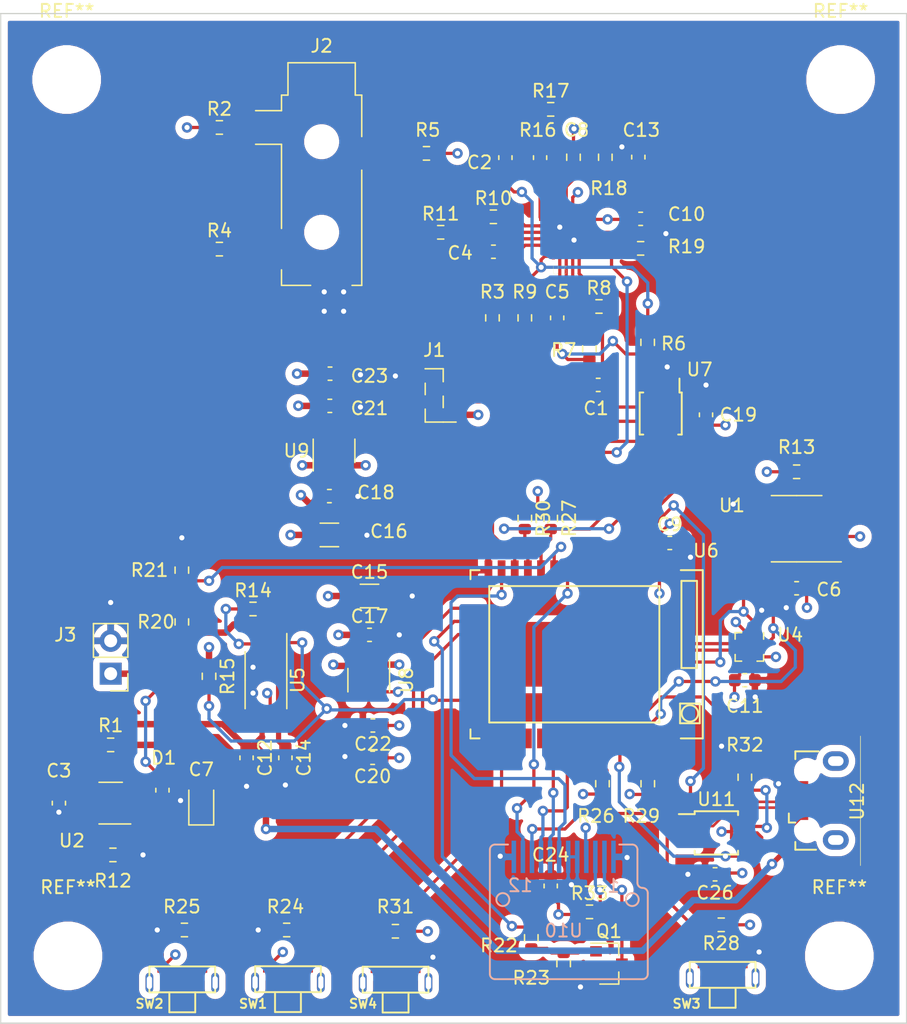
<source format=kicad_pcb>
(kicad_pcb (version 20171130) (host pcbnew 5.1.10-88a1d61d58~88~ubuntu20.04.1)
  (layers (0 F.Cu signal) (1 GND power) (2 PWR power) (31 B.Cu signal) (34 B.Paste user hide) (35 F.Paste user hide) (36 B.SilkS user) (37 F.SilkS user) (38 B.Mask user hide) (39 F.Mask user hide) (44 Edge.Cuts user))
  (net 0 "")
  (net 1 /VBUS)
  (net 2 GND)
  (net 3 +3V3)
  (net 4 /VBAT)
  (net 5 /VCC)
  (net 6 "Net-(D1-Pad2)")
  (net 7 "Net-(D1-Pad1)")
  (net 8 /LEDK)
  (net 9 "Net-(Q1-Pad1)")
  (net 10 /RTC_INT)
  (net 11 /STAT_PWR)
  (net 12 /B_MON)
  (net 13 /PIN_LED)
  (net 14 /BTN2)
  (net 15 /BTN3)
  (net 16 /EN)
  (net 17 /FLASH)
  (net 18 /TX)
  (net 19 "Net-(R14-Pad1)")
  (net 20 /SDA)
  (net 21 /SCL)
  (net 22 /IO34)
  (net 23 /IO35)
  (net 24 /TFT_CS)
  (net 25 /SCK)
  (net 26 /MOSI)
  (net 27 /RX)
  (net 28 /TFT_RST)
  (net 29 /TFT_DC)
  (net 30 /D_P)
  (net 31 /D_N)
  (net 32 /ECG_OUT)
  (net 33 "Net-(C1-Pad1)")
  (net 34 "Net-(C2-Pad2)")
  (net 35 "Net-(C2-Pad1)")
  (net 36 "Net-(C4-Pad2)")
  (net 37 "Net-(C4-Pad1)")
  (net 38 /REF_OUT)
  (net 39 "Net-(C5-Pad1)")
  (net 40 "Net-(C8-Pad2)")
  (net 41 "Net-(C8-Pad1)")
  (net 42 +3.3VA)
  (net 43 "Net-(C13-Pad1)")
  (net 44 /ADC_1)
  (net 45 /ADC_2)
  (net 46 /RL)
  (net 47 /LA)
  (net 48 /RA)
  (net 49 "Net-(R7-Pad2)")
  (net 50 "Net-(R10-Pad2)")
  (net 51 "Net-(R11-Pad2)")
  (net 52 "Net-(R12-Pad1)")
  (net 53 /ECG_SDN)
  (net 54 /SDA_2)
  (net 55 /SCL_2)
  (net 56 "Net-(R32-Pad1)")
  (net 57 "Net-(R33-Pad2)")
  (net 58 /LO)
  (module MountingHole:MountingHole_4.3mm_M4 (layer F.Cu) (at 110.2 106.8)
    (fp_text reference REF** (at 0 -5.3) (layer F.SilkS))
    (fp_text value MountingHole_4.3mm_M4)
    (pad 1 np_thru_hole circle (at 0 0) (size 4.3 4.3) (drill 4.3) (layers *.Cu *.Mask))
  )
  (module MountingHole:MountingHole_4.3mm_M4 (layer F.Cu) (at 169.8 106.8)
    (fp_text reference REF** (at 0 -5.3) (layer F.SilkS))
    (fp_text value MountingHole_4.3mm_M4)
    (pad 1 np_thru_hole circle (at 0 0) (size 4.3 4.3) (drill 4.3) (layers *.Cu *.Mask))
  )
  (module MountingHole:MountingHole_4.3mm_M4 (layer F.Cu) (at 169.9 39.1)
    (fp_text reference REF** (at 0 -5.3) (layer F.SilkS))
    (fp_text value MountingHole_4.3mm_M4)
    (pad 1 np_thru_hole circle (at 0 0) (size 4.3 4.3) (drill 4.3) (layers *.Cu *.Mask))
  )
  (module MountingHole:MountingHole_4.3mm_M4 (layer F.Cu) (at 110.1 39.1)
    (fp_text reference REF** (at 0 -5.3) (layer F.SilkS))
    (fp_text value MountingHole_4.3mm_M4)
    (pad 1 np_thru_hole circle (at 0 0) (size 4.3 4.3) (drill 4.3) (layers *.Cu *.Mask))
  )
  (module AD8232:LFCSP_20 (layer F.Cu) (at 148.7 50.9)
    (fp_text reference U3 (at -0.508 2.9464) (layer F.SilkS) (effects (font (size 0.64 0.64) (thickness 0.015))))
    (fp_text value AD8232)
    (pad PAD smd rect (at 0 0) (size 2.5 2.5) (layers F.Cu F.Mask) (net 2 GND))
    (pad 20 smd rect (at -1 -1.85) (size 0.25 0.5) (layers F.Cu F.Paste F.Mask) (net 41 "Net-(C8-Pad1)"))
    (pad 19 smd rect (at -0.5 -1.85) (size 0.25 0.5) (layers F.Cu F.Paste F.Mask) (net 34 "Net-(C2-Pad2)"))
    (pad 18 smd rect (at 0 -1.85) (size 0.25 0.5) (layers F.Cu F.Paste F.Mask) (net 43 "Net-(C13-Pad1)"))
    (pad 17 smd rect (at 0.5 -1.85) (size 0.25 0.5) (layers F.Cu F.Paste F.Mask) (net 42 +3.3VA))
    (pad 16 smd rect (at 1 -1.85) (size 0.25 0.5) (layers F.Cu F.Paste F.Mask) (net 2 GND))
    (pad 15 smd rect (at 1.85 -1) (size 0.5 0.25) (layers F.Cu F.Paste F.Mask) (net 42 +3.3VA))
    (pad 14 smd rect (at 1.85 -0.5) (size 0.5 0.25) (layers F.Cu F.Paste F.Mask) (net 42 +3.3VA))
    (pad 13 smd rect (at 1.85 0) (size 0.5 0.25) (layers F.Cu F.Paste F.Mask) (net 53 /ECG_SDN))
    (pad 12 smd rect (at 1.85 0.5) (size 0.5 0.25) (layers F.Cu F.Paste F.Mask) (net 58 /LO))
    (pad 11 smd rect (at 1.85 1) (size 0.5 0.25) (layers F.Cu F.Paste F.Mask))
    (pad 10 smd rect (at 1 1.85) (size 0.25 0.5) (layers F.Cu F.Paste F.Mask) (net 32 /ECG_OUT))
    (pad 9 smd rect (at 0.5 1.85) (size 0.25 0.5) (layers F.Cu F.Paste F.Mask) (net 49 "Net-(R7-Pad2)"))
    (pad 8 smd rect (at 0 1.85) (size 0.25 0.5) (layers F.Cu F.Paste F.Mask) (net 38 /REF_OUT))
    (pad 7 smd rect (at -0.5 1.85) (size 0.25 0.5) (layers F.Cu F.Paste F.Mask) (net 39 "Net-(C5-Pad1)"))
    (pad 6 smd rect (at -1 1.85) (size 0.25 0.5) (layers F.Cu F.Paste F.Mask) (net 35 "Net-(C2-Pad1)"))
    (pad 5 smd rect (at -1.85 1) (size 0.5 0.25) (layers F.Cu F.Paste F.Mask) (net 36 "Net-(C4-Pad2)"))
    (pad 4 smd rect (at -1.85 0.5) (size 0.5 0.25) (layers F.Cu F.Paste F.Mask) (net 37 "Net-(C4-Pad1)"))
    (pad 3 smd rect (at -1.85 0) (size 0.5 0.25) (layers F.Cu F.Paste F.Mask) (net 51 "Net-(R11-Pad2)"))
    (pad 2 smd rect (at -1.85 -0.5) (size 0.5 0.25) (layers F.Cu F.Paste F.Mask) (net 50 "Net-(R10-Pad2)"))
    (pad 1 smd rect (at -1.85 -1) (size 0.5 0.25) (layers F.Cu F.Paste F.Mask) (net 40 "Net-(C8-Pad2)"))
  )
  (module open-Smartwatch:USBmicro-B (layer F.Cu) (at 169.4 94.8 90)
    (fp_text reference U12 (at -0.0635 1.778 90) (layer F.SilkS))
    (fp_text value USB-OTG)
    (pad "" np_thru_hole oval (at 2.286 -2.0955 90) (size 1 1) (drill oval 1) (layers *.Cu *.Mask))
    (pad "" np_thru_hole oval (at -2.286 -2.0955 90) (size 1 1) (drill oval 1) (layers *.Cu *.Mask))
    (pad 1 smd rect (at 1.3 -2.675 90) (size 0.4 1.35) (layers F.Cu F.Paste F.Mask) (net 2 GND))
    (pad 2 smd rect (at 0.65 -2.675 90) (size 0.4 1.35) (layers F.Cu F.Paste F.Mask))
    (pad 3 smd rect (at 0 -2.675 90) (size 0.4 1.35) (layers F.Cu F.Paste F.Mask) (net 30 /D_P))
    (pad 4 smd rect (at -0.65 -2.675 90) (size 0.4 1.35) (layers F.Cu F.Paste F.Mask) (net 31 /D_N))
    (pad 5 smd rect (at -1.3 -2.675 90) (size 0.4 1.35) (layers F.Cu F.Paste F.Mask) (net 1 /VBUS))
    (pad "" thru_hole oval (at 3.048 0.127 90) (size 1.5 2) (drill oval 0.75 1.2) (layers *.Cu *.Mask F.Paste))
    (pad 6 smd rect (at 0 0 90) (size 2 2) (layers F.Cu F.Paste F.Mask))
    (pad "" thru_hole oval (at -3.048 0.127 90) (size 1.5 2) (drill oval 0.75 1.2) (layers *.Cu *.Mask F.Paste))
  )
  (module open-Smartwatch:MSOP-10_3x3mm_P0.5mm (layer F.Cu) (at 160.3 97.3)
    (fp_text reference U11 (at 0 -2.6) (layer F.SilkS))
    (fp_text value CH340E)
    (pad 1 smd rect (at -2.2 -1) (size 1.4 0.3) (layers F.Cu F.Paste F.Mask) (net 30 /D_P))
    (pad 2 smd rect (at -2.2 -0.5) (size 1.4 0.3) (layers F.Cu F.Paste F.Mask) (net 31 /D_N))
    (pad 3 smd rect (at -2.2 0) (size 1.4 0.3) (layers F.Cu F.Paste F.Mask) (net 2 GND))
    (pad 4 smd rect (at -2.2 0.5) (size 1.4 0.3) (layers F.Cu F.Paste F.Mask))
    (pad 5 smd rect (at -2.2 1) (size 1.4 0.3) (layers F.Cu F.Paste F.Mask))
    (pad 6 smd rect (at 2.2 1) (size 1.4 0.3) (layers F.Cu F.Paste F.Mask))
    (pad 7 smd rect (at 2.2 0.5) (size 1.4 0.3) (layers F.Cu F.Paste F.Mask) (net 3 +3V3))
    (pad 8 smd rect (at 2.2 0) (size 1.4 0.3) (layers F.Cu F.Paste F.Mask) (net 27 /RX))
    (pad 9 smd rect (at 2.2 -0.5) (size 1.4 0.3) (layers F.Cu F.Paste F.Mask) (net 56 "Net-(R32-Pad1)"))
    (pad 10 smd rect (at 2.2 -1) (size 1.4 0.3) (layers F.Cu F.Paste F.Mask) (net 3 +3V3))
  )
  (module open-Smartwatch:GC9A01_IPS_display (layer B.Cu) (at 148.5 99.4)
    (fp_text reference U10 (at 0 5.45) (layer B.SilkS) (effects (justify mirror)))
    (fp_text value GC9A01_IPS_display)
    (fp_text user 12 (at -3.35 1.95) (layer B.SilkS) (effects (justify mirror)))
    (fp_text user 1 (at 3.85 2) (layer B.SilkS) (effects (justify mirror)))
    (pad 6 smd rect (at 0.35 -0.25) (size 0.35 2.5) (layers B.Cu B.Paste B.Mask) (net 2 GND))
    (pad 5 smd rect (at 1.05 -0.25) (size 0.35 2.5) (layers B.Cu B.Paste B.Mask) (net 2 GND))
    (pad 4 smd rect (at 1.75 -0.25) (size 0.35 2.5) (layers B.Cu B.Paste B.Mask) (net 3 +3V3))
    (pad 3 smd rect (at 2.45 -0.25) (size 0.35 2.5) (layers B.Cu B.Paste B.Mask) (net 57 "Net-(R33-Pad2)"))
    (pad 2 smd rect (at 3.15 -0.25) (size 0.35 2.5) (layers B.Cu B.Paste B.Mask) (net 8 /LEDK))
    (pad 1 smd rect (at 3.85 -0.25) (size 0.35 2.5) (layers B.Cu B.Paste B.Mask) (net 2 GND))
    (pad 7 smd rect (at -0.35 -0.25) (size 0.35 2.5) (layers B.Cu B.Paste B.Mask) (net 29 /TFT_DC))
    (pad 8 smd rect (at -1.05 -0.25) (size 0.35 2.5) (layers B.Cu B.Paste B.Mask) (net 24 /TFT_CS))
    (pad 9 smd rect (at -1.75 -0.25) (size 0.35 2.5) (layers B.Cu B.Paste B.Mask) (net 25 /SCK))
    (pad 10 smd rect (at -2.45 -0.25) (size 0.35 2.5) (layers B.Cu B.Paste B.Mask) (net 26 /MOSI))
    (pad 11 smd rect (at -3.15 -0.25) (size 0.35 2.5) (layers B.Cu B.Paste B.Mask) (net 28 /TFT_RST))
    (pad 12 smd rect (at -3.85 -0.25) (size 0.35 2.5) (layers B.Cu B.Paste B.Mask) (net 2 GND))
  )
  (module Package_TO_SOT_SMD:SOT-23-5 (layer F.Cu) (at 130.76 67.78 90)
    (fp_text reference U9 (at 0 -2.9 180) (layer F.SilkS))
    (fp_text value XC6209)
    (pad 5 smd rect (at 1.1 -0.95 90) (size 1.06 0.65) (layers F.Cu F.Paste F.Mask) (net 42 +3.3VA))
    (pad 4 smd rect (at 1.1 0.95 90) (size 1.06 0.65) (layers F.Cu F.Paste F.Mask))
    (pad 3 smd rect (at -1.1 0.95 90) (size 1.06 0.65) (layers F.Cu F.Paste F.Mask) (net 5 /VCC))
    (pad 2 smd rect (at -1.1 0 90) (size 1.06 0.65) (layers F.Cu F.Paste F.Mask) (net 2 GND))
    (pad 1 smd rect (at -1.1 -0.95 90) (size 1.06 0.65) (layers F.Cu F.Paste F.Mask) (net 5 /VCC))
  )
  (module Package_TO_SOT_SMD:SOT-23-5 (layer F.Cu) (at 133.44 85.5 270)
    (fp_text reference U8 (at 0 -2.9 90) (layer F.SilkS))
    (fp_text value XC6209)
    (pad 5 smd rect (at 1.1 -0.95 270) (size 1.06 0.65) (layers F.Cu F.Paste F.Mask) (net 3 +3V3))
    (pad 4 smd rect (at 1.1 0.95 270) (size 1.06 0.65) (layers F.Cu F.Paste F.Mask))
    (pad 3 smd rect (at -1.1 0.95 270) (size 1.06 0.65) (layers F.Cu F.Paste F.Mask) (net 5 /VCC))
    (pad 2 smd rect (at -1.1 0 270) (size 1.06 0.65) (layers F.Cu F.Paste F.Mask) (net 2 GND))
    (pad 1 smd rect (at -1.1 -0.95 270) (size 1.06 0.65) (layers F.Cu F.Paste F.Mask) (net 5 /VCC))
  )
  (module Package_SO:TSSOP-10_3x3mm_P0.5mm (layer F.Cu) (at 156 64.9 270)
    (fp_text reference U7 (at -3.4 -3 180) (layer F.SilkS))
    (fp_text value ADS1015IDGS)
    (pad 10 smd rect (at 2.15 -1 270) (size 1.1 0.25) (layers F.Cu F.Paste F.Mask) (net 55 /SCL_2))
    (pad 9 smd rect (at 2.15 -0.5 270) (size 1.1 0.25) (layers F.Cu F.Paste F.Mask) (net 54 /SDA_2))
    (pad 8 smd rect (at 2.15 0 270) (size 1.1 0.25) (layers F.Cu F.Paste F.Mask) (net 42 +3.3VA))
    (pad 7 smd rect (at 2.15 0.5 270) (size 1.1 0.25) (layers F.Cu F.Paste F.Mask) (net 45 /ADC_2))
    (pad 6 smd rect (at 2.15 1 270) (size 1.1 0.25) (layers F.Cu F.Paste F.Mask) (net 44 /ADC_1))
    (pad 5 smd rect (at -2.15 1 270) (size 1.1 0.25) (layers F.Cu F.Paste F.Mask) (net 38 /REF_OUT))
    (pad 4 smd rect (at -2.15 0.5 270) (size 1.1 0.25) (layers F.Cu F.Paste F.Mask) (net 32 /ECG_OUT))
    (pad 3 smd rect (at -2.15 0 270) (size 1.1 0.25) (layers F.Cu F.Paste F.Mask) (net 2 GND))
    (pad 2 smd rect (at -2.15 -0.5 270) (size 1.1 0.25) (layers F.Cu F.Paste F.Mask))
    (pad 1 smd rect (at -2.15 -1 270) (size 1.1 0.25) (layers F.Cu F.Paste F.Mask) (net 2 GND))
  )
  (module open-Smartwatch:ttgo-32-micro (layer F.Cu) (at 149.8 83.5 270)
    (fp_text reference U6 (at -8 -9.7 180) (layer F.SilkS))
    (fp_text value ttgo-32-micro)
    (pad 23 smd rect (at 3.556 8.5) (size 1.524 0.6) (layers F.Cu F.Paste F.Mask) (net 11 /STAT_PWR))
    (pad 22 smd rect (at 2.54 8.5) (size 1.524 0.6) (layers F.Cu F.Paste F.Mask))
    (pad 21 smd rect (at 1.524 8.5) (size 1.524 0.6) (layers F.Cu F.Paste F.Mask))
    (pad 20 smd rect (at 0.508 8.5) (size 1.524 0.6) (layers F.Cu F.Paste F.Mask))
    (pad 19 smd rect (at -0.508 8.5) (size 1.524 0.6) (layers F.Cu F.Paste F.Mask))
    (pad 18 smd rect (at -1.524 8.5) (size 1.524 0.6) (layers F.Cu F.Paste F.Mask) (net 14 /BTN2))
    (pad 17 smd rect (at -2.54 8.5) (size 1.524 0.6) (layers F.Cu F.Paste F.Mask) (net 13 /PIN_LED))
    (pad 16 smd rect (at -3.556 8.5) (size 1.524 0.6) (layers F.Cu F.Paste F.Mask) (net 15 /BTN3))
    (pad 32 smd rect (at 6.5 -1.016 270) (size 1.524 0.6) (layers F.Cu F.Paste F.Mask))
    (pad 38 smd rect (at 6.5 -7.112 270) (size 1.524 0.6) (layers F.Cu F.Paste F.Mask) (net 2 GND))
    (pad 29 smd rect (at 6.5 2.032 270) (size 1.524 0.6) (layers F.Cu F.Paste F.Mask) (net 24 /TFT_CS))
    (pad 30 smd rect (at 6.5 1.016 270) (size 1.524 0.6) (layers F.Cu F.Paste F.Mask) (net 25 /SCK))
    (pad 37 smd rect (at 6.5 -6.096 270) (size 1.524 0.6) (layers F.Cu F.Paste F.Mask) (net 26 /MOSI))
    (pad 36 smd rect (at 6.5 -5.08 270) (size 1.524 0.6) (layers F.Cu F.Paste F.Mask) (net 21 /SCL))
    (pad 35 smd rect (at 6.5 -4.064 270) (size 1.524 0.6) (layers F.Cu F.Paste F.Mask) (net 18 /TX))
    (pad 34 smd rect (at 6.5 -3.048 270) (size 1.524 0.6) (layers F.Cu F.Paste F.Mask) (net 27 /RX))
    (pad 24 smd rect (at 6.5 7.112 270) (size 1.524 0.6) (layers F.Cu F.Paste F.Mask))
    (pad 25 smd rect (at 6.5 6.096 270) (size 1.524 0.6) (layers F.Cu F.Paste F.Mask) (net 17 /FLASH))
    (pad 31 smd rect (at 6.5 0 270) (size 1.524 0.6) (layers F.Cu F.Paste F.Mask))
    (pad 27 smd rect (at 6.5 4.064 270) (size 1.524 0.6) (layers F.Cu F.Paste F.Mask))
    (pad 33 smd rect (at 6.5 -2.032 270) (size 1.524 0.6) (layers F.Cu F.Paste F.Mask) (net 20 /SDA))
    (pad 28 smd rect (at 6.5 3.048 270) (size 1.524 0.6) (layers F.Cu F.Paste F.Mask))
    (pad 26 smd rect (at 6.5 5.08 270) (size 1.524 0.6) (layers F.Cu F.Paste F.Mask))
    (pad 1 smd rect (at -6.5 -7.112 270) (size 1.524 0.6) (layers F.Cu F.Paste F.Mask) (net 2 GND))
    (pad 2 smd rect (at -6.5 -6.096 270) (size 1.524 0.6) (layers F.Cu F.Paste F.Mask) (net 3 +3V3))
    (pad 3 smd rect (at -6.5 -5.08 270) (size 1.524 0.6) (layers F.Cu F.Paste F.Mask) (net 16 /EN))
    (pad 4 smd rect (at -6.5 -4.064 270) (size 1.524 0.6) (layers F.Cu F.Paste F.Mask))
    (pad 5 smd rect (at -6.5 -3.048 270) (size 1.524 0.6) (layers F.Cu F.Paste F.Mask))
    (pad 6 smd rect (at -6.5 -2.032 270) (size 1.524 0.6) (layers F.Cu F.Paste F.Mask) (net 22 /IO34))
    (pad 7 smd rect (at -6.5 -1.016 270) (size 1.524 0.6) (layers F.Cu F.Paste F.Mask) (net 23 /IO35))
    (pad 8 smd rect (at -6.5 0 270) (size 1.524 0.6) (layers F.Cu F.Paste F.Mask) (net 10 /RTC_INT))
    (pad 9 smd rect (at -6.5 1 270) (size 1.524 0.6) (layers F.Cu F.Paste F.Mask) (net 28 /TFT_RST))
    (pad 10 smd rect (at -6.5 2.032 270) (size 1.524 0.6) (layers F.Cu F.Paste F.Mask) (net 12 /B_MON))
    (pad 11 smd rect (at -6.5 3.048 270) (size 1.524 0.6) (layers F.Cu F.Paste F.Mask) (net 54 /SDA_2))
    (pad 12 smd rect (at -6.5 4.064 270) (size 1.524 0.6) (layers F.Cu F.Paste F.Mask) (net 55 /SCL_2))
    (pad 13 smd rect (at -6.5 5.08 270) (size 1.524 0.6) (layers F.Cu F.Paste F.Mask) (net 58 /LO))
    (pad 14 smd rect (at -6.5 6.096 270) (size 1.524 0.6) (layers F.Cu F.Paste F.Mask) (net 29 /TFT_DC))
    (pad 15 smd rect (at -6.5 7.112 270) (size 1.524 0.6) (layers F.Cu F.Paste F.Mask) (net 2 GND))
    (pad EP smd rect (at 0 2 270) (size 5 5) (layers F.Cu F.Mask))
  )
  (module open-Smartwatch:TSSOP-8_4.4x3mm_P0.65mm (layer F.Cu) (at 125.5 85.5 270)
    (fp_text reference U5 (at 0 -2.45 90) (layer F.SilkS))
    (fp_text value TPS2115A)
    (pad 1 smd roundrect (at -2.8625 -0.975 270) (size 1.475 0.4) (layers F.Cu F.Paste F.Mask) (net 11 /STAT_PWR))
    (pad 2 smd roundrect (at -2.8625 -0.325 270) (size 1.475 0.4) (layers F.Cu F.Paste F.Mask) (net 4 /VBAT))
    (pad 3 smd roundrect (at -2.8625 0.325 270) (size 1.475 0.4) (layers F.Cu F.Paste F.Mask) (net 2 GND))
    (pad 4 smd roundrect (at -2.8625 0.975 270) (size 1.475 0.4) (layers F.Cu F.Paste F.Mask) (net 19 "Net-(R14-Pad1)"))
    (pad 5 smd roundrect (at 2.8625 0.975 270) (size 1.475 0.4) (layers F.Cu F.Paste F.Mask) (net 2 GND))
    (pad 6 smd roundrect (at 2.8625 0.325 270) (size 1.475 0.4) (layers F.Cu F.Paste F.Mask) (net 1 /VBUS))
    (pad 7 smd roundrect (at 2.8625 -0.325 270) (size 1.475 0.4) (layers F.Cu F.Paste F.Mask) (net 5 /VCC))
    (pad 8 smd roundrect (at 2.8625 -0.975 270) (size 1.475 0.4) (layers F.Cu F.Paste F.Mask) (net 4 /VBAT))
  )
  (module open-Smartwatch:LGA-12_2x2mm_P0.5mm (layer F.Cu) (at 162.85 82.93 270)
    (fp_text reference U4 (at -0.93 -3.15 180) (layer F.SilkS))
    (fp_text value BMA400)
    (pad 2 smd rect (at -0.7625 -0.25 270) (size 0.375 0.35) (layers F.Cu F.Paste F.Mask) (net 20 /SDA) (clearance 0.05))
    (pad 3 smd rect (at -0.7625 0.25 270) (size 0.375 0.35) (layers F.Cu F.Paste F.Mask) (net 3 +3V3) (clearance 0.05))
    (pad 9 smd rect (at 0.7625 -0.25 270) (size 0.375 0.35) (layers F.Cu F.Paste F.Mask) (net 2 GND) (clearance 0.05))
    (pad 8 smd rect (at 0.7625 0.25 270) (size 0.375 0.35) (layers F.Cu F.Paste F.Mask) (net 2 GND) (clearance 0.05))
    (pad 4 smd rect (at -0.7625 0.75 270) (size 0.375 0.35) (layers F.Cu F.Paste F.Mask) (clearance 0.05))
    (pad 7 smd rect (at 0.7625 0.75 270) (size 0.375 0.35) (layers F.Cu F.Paste F.Mask) (net 3 +3V3) (clearance 0.05))
    (pad 1 smd rect (at -0.7625 -0.75 270) (size 0.375 0.35) (layers F.Cu F.Paste F.Mask) (net 2 GND) (clearance 0.05))
    (pad 10 smd rect (at 0.7625 -0.75 270) (size 0.375 0.35) (layers F.Cu F.Paste F.Mask) (net 3 +3V3) (clearance 0.05))
    (pad 5 smd rect (at -0.25 0.7625) (size 0.375 0.35) (layers F.Cu F.Paste F.Mask) (net 22 /IO34) (clearance 0.05))
    (pad 6 smd rect (at 0.25 0.7625) (size 0.375 0.35) (layers F.Cu F.Paste F.Mask) (net 23 /IO35) (clearance 0.05))
    (pad 11 smd rect (at 0.25 -0.7625) (size 0.375 0.35) (layers F.Cu F.Paste F.Mask) (clearance 0.05))
    (pad 12 smd rect (at -0.25 -0.7625) (size 0.375 0.35) (layers F.Cu F.Paste F.Mask) (net 21 /SCL) (clearance 0.05))
  )
  (module open-Smartwatch:SOT-23-5 (layer F.Cu) (at 113.5 95 180)
    (fp_text reference U2 (at 3 -2.9) (layer F.SilkS))
    (fp_text value MCP73831T-2ACI_OT)
    (pad 1 smd rect (at -1.1 -0.95 180) (size 1.06 0.65) (layers F.Cu F.Paste F.Mask) (net 7 "Net-(D1-Pad1)"))
    (pad 2 smd rect (at -1.1 0 180) (size 1.06 0.65) (layers F.Cu F.Paste F.Mask) (net 2 GND))
    (pad 3 smd rect (at -1.1 0.95 180) (size 1.06 0.65) (layers F.Cu F.Paste F.Mask) (net 4 /VBAT))
    (pad 4 smd rect (at 1.1 0.95 180) (size 1.06 0.65) (layers F.Cu F.Paste F.Mask) (net 1 /VBUS))
    (pad 5 smd rect (at 1.1 -0.95 180) (size 1.06 0.65) (layers F.Cu F.Paste F.Mask) (net 52 "Net-(R12-Pad1)"))
  )
  (module Package_SO:SOIC-8_3.9x4.9mm_P1.27mm (layer F.Cu) (at 166.5 73.8 180)
    (fp_text reference U1 (at 5 1.8) (layer F.SilkS))
    (fp_text value DS3231MZ)
    (pad 8 smd roundrect (at 2.475 -1.905 180) (size 1.95 0.6) (layers F.Cu F.Paste F.Mask) (net 21 /SCL))
    (pad 7 smd roundrect (at 2.475 -0.635 180) (size 1.95 0.6) (layers F.Cu F.Paste F.Mask) (net 20 /SDA))
    (pad 6 smd roundrect (at 2.475 0.635 180) (size 1.95 0.6) (layers F.Cu F.Paste F.Mask) (net 3 +3V3))
    (pad 5 smd roundrect (at 2.475 1.905 180) (size 1.95 0.6) (layers F.Cu F.Paste F.Mask) (net 2 GND))
    (pad 4 smd roundrect (at -2.475 1.905 180) (size 1.95 0.6) (layers F.Cu F.Paste F.Mask))
    (pad 3 smd roundrect (at -2.475 0.635 180) (size 1.95 0.6) (layers F.Cu F.Paste F.Mask) (net 10 /RTC_INT))
    (pad 2 smd roundrect (at -2.475 -0.635 180) (size 1.95 0.6) (layers F.Cu F.Paste F.Mask) (net 3 +3V3))
    (pad 1 smd roundrect (at -2.475 -1.905 180) (size 1.95 0.6) (layers F.Cu F.Paste F.Mask))
  )
  (module open-Smartwatch:button_side_smd (layer F.Cu) (at 135.515001 108.636999 270)
    (fp_text reference SW4 (at 1.863001 2.515001 180) (layer F.SilkS) (effects (font (size 0.7 0.7))))
    (fp_text value SW_Push)
    (pad 1 smd rect (at -1.27 -1.675 270) (size 1.524 0.5) (layers F.Cu F.Paste F.Mask) (net 2 GND))
    (pad 2 smd rect (at -1.27 1.675 270) (size 1.524 0.5) (layers F.Cu F.Paste F.Mask) (net 17 /FLASH))
    (pad "" thru_hole oval (at 0.25 -2.54 270) (size 1.524 0.6) (drill oval 1 0.4) (layers *.Cu *.Mask))
    (pad "" thru_hole oval (at 0.25 2.54 270) (size 1.524 0.6) (drill oval 1 0.4) (layers *.Cu *.Mask))
  )
  (module open-Smartwatch:button_side_smd (layer F.Cu) (at 160.785001 108.266999 270)
    (fp_text reference SW3 (at 2.233001 2.785001 180) (layer F.SilkS) (effects (font (size 0.7 0.7))))
    (fp_text value SW_Push)
    (pad 1 smd rect (at -1.27 -1.675 270) (size 1.524 0.5) (layers F.Cu F.Paste F.Mask) (net 2 GND))
    (pad 2 smd rect (at -1.27 1.675 270) (size 1.524 0.5) (layers F.Cu F.Paste F.Mask) (net 16 /EN))
    (pad "" thru_hole oval (at 0.25 -2.54 270) (size 1.524 0.6) (drill oval 1 0.4) (layers *.Cu *.Mask))
    (pad "" thru_hole oval (at 0.25 2.54 270) (size 1.524 0.6) (drill oval 1 0.4) (layers *.Cu *.Mask))
  )
  (module open-Smartwatch:button_side_smd (layer F.Cu) (at 119.035001 108.616999 270)
    (fp_text reference SW2 (at 1.883001 2.535001 180) (layer F.SilkS) (effects (font (size 0.7 0.7))))
    (fp_text value SW_Push)
    (pad 1 smd rect (at -1.27 -1.675 270) (size 1.524 0.5) (layers F.Cu F.Paste F.Mask) (net 15 /BTN3))
    (pad 2 smd rect (at -1.27 1.675 270) (size 1.524 0.5) (layers F.Cu F.Paste F.Mask) (net 3 +3V3))
    (pad "" thru_hole oval (at 0.25 -2.54 270) (size 1.524 0.6) (drill oval 1 0.4) (layers *.Cu *.Mask))
    (pad "" thru_hole oval (at 0.25 2.54 270) (size 1.524 0.6) (drill oval 1 0.4) (layers *.Cu *.Mask))
  )
  (module open-Smartwatch:button_side_smd (layer F.Cu) (at 127.2 108.6 270)
    (fp_text reference SW1 (at 1.9 2.7 180) (layer F.SilkS) (effects (font (size 0.7 0.7))))
    (fp_text value SW_Push)
    (pad 1 smd rect (at -1.27 -1.675 270) (size 1.524 0.5) (layers F.Cu F.Paste F.Mask) (net 14 /BTN2))
    (pad 2 smd rect (at -1.27 1.675 270) (size 1.524 0.5) (layers F.Cu F.Paste F.Mask) (net 3 +3V3))
    (pad "" thru_hole oval (at 0.25 -2.54 270) (size 1.524 0.6) (drill oval 1 0.4) (layers *.Cu *.Mask))
    (pad "" thru_hole oval (at 0.25 2.54 270) (size 1.524 0.6) (drill oval 1 0.4) (layers *.Cu *.Mask))
  )
  (module Resistor_SMD:R_0603_1608Metric (layer F.Cu) (at 150.5 103.4)
    (fp_text reference R33 (at 0 -1.43) (layer F.SilkS))
    (fp_text value 22)
    (pad 2 smd roundrect (at 0.825 0) (size 0.8 0.95) (layers F.Cu F.Paste F.Mask) (net 57 "Net-(R33-Pad2)"))
    (pad 1 smd roundrect (at -0.825 0) (size 0.8 0.95) (layers F.Cu F.Paste F.Mask) (net 3 +3V3))
  )
  (module Resistor_SMD:R_0603_1608Metric (layer F.Cu) (at 162.5 93 90)
    (fp_text reference R32 (at 2.5 0 180) (layer F.SilkS))
    (fp_text value 470R)
    (pad 2 smd roundrect (at 0.825 0 90) (size 0.8 0.95) (layers F.Cu F.Paste F.Mask) (net 18 /TX))
    (pad 1 smd roundrect (at -0.825 0 90) (size 0.8 0.95) (layers F.Cu F.Paste F.Mask) (net 56 "Net-(R32-Pad1)"))
  )
  (module Resistor_SMD:R_0603_1608Metric (layer F.Cu) (at 135.5 104.9 180)
    (fp_text reference R31 (at 0 1.9) (layer F.SilkS))
    (fp_text value 10k)
    (pad 2 smd roundrect (at 0.825 0 180) (size 0.8 0.95) (layers F.Cu F.Paste F.Mask) (net 17 /FLASH))
    (pad 1 smd roundrect (at -0.825 0 180) (size 0.8 0.95) (layers F.Cu F.Paste F.Mask) (net 3 +3V3))
  )
  (module Resistor_SMD:R_0603_1608Metric (layer F.Cu) (at 145.5 73 270)
    (fp_text reference R30 (at 0 -1.43 90) (layer F.SilkS))
    (fp_text value 1k)
    (pad 2 smd roundrect (at 0.825 0 270) (size 0.8 0.95) (layers F.Cu F.Paste F.Mask) (net 55 /SCL_2))
    (pad 1 smd roundrect (at -0.825 0 270) (size 0.8 0.95) (layers F.Cu F.Paste F.Mask) (net 3 +3V3))
  )
  (module Resistor_SMD:R_0603_1608Metric (layer F.Cu) (at 155 93.5 90)
    (fp_text reference R29 (at -2.5 -0.5 180) (layer F.SilkS))
    (fp_text value 1k)
    (pad 2 smd roundrect (at 0.825 0 90) (size 0.8 0.95) (layers F.Cu F.Paste F.Mask) (net 21 /SCL))
    (pad 1 smd roundrect (at -0.825 0 90) (size 0.8 0.95) (layers F.Cu F.Paste F.Mask) (net 3 +3V3))
  )
  (module Resistor_SMD:R_0603_1608Metric (layer F.Cu) (at 160.675 104.4 180)
    (fp_text reference R28 (at 0 -1.43) (layer F.SilkS))
    (fp_text value 10k)
    (pad 2 smd roundrect (at 0.825 0 180) (size 0.8 0.95) (layers F.Cu F.Paste F.Mask) (net 16 /EN))
    (pad 1 smd roundrect (at -0.825 0 180) (size 0.8 0.95) (layers F.Cu F.Paste F.Mask) (net 3 +3V3))
  )
  (module Resistor_SMD:R_0603_1608Metric (layer F.Cu) (at 147.5 73 270)
    (fp_text reference R27 (at 0 -1.43 90) (layer F.SilkS))
    (fp_text value 1k)
    (pad 2 smd roundrect (at 0.825 0 270) (size 0.8 0.95) (layers F.Cu F.Paste F.Mask) (net 54 /SDA_2))
    (pad 1 smd roundrect (at -0.825 0 270) (size 0.8 0.95) (layers F.Cu F.Paste F.Mask) (net 3 +3V3))
  )
  (module Resistor_SMD:R_0603_1608Metric (layer F.Cu) (at 151.5 93.5 90)
    (fp_text reference R26 (at -2.5 -0.5 180) (layer F.SilkS))
    (fp_text value 1k)
    (pad 2 smd roundrect (at 0.825 0 90) (size 0.8 0.95) (layers F.Cu F.Paste F.Mask) (net 20 /SDA))
    (pad 1 smd roundrect (at -0.825 0 90) (size 0.8 0.95) (layers F.Cu F.Paste F.Mask) (net 3 +3V3))
  )
  (module Resistor_SMD:R_0603_1608Metric (layer F.Cu) (at 119.2 104.8 180)
    (fp_text reference R25 (at 0.2 1.8) (layer F.SilkS))
    (fp_text value 10k)
    (pad 2 smd roundrect (at 0.825 0 180) (size 0.8 0.95) (layers F.Cu F.Paste F.Mask) (net 2 GND))
    (pad 1 smd roundrect (at -0.825 0 180) (size 0.8 0.95) (layers F.Cu F.Paste F.Mask) (net 15 /BTN3))
  )
  (module Resistor_SMD:R_0603_1608Metric (layer F.Cu) (at 127.1 104.8 180)
    (fp_text reference R24 (at 0.1 1.8) (layer F.SilkS))
    (fp_text value 10k)
    (pad 2 smd roundrect (at 0.825 0 180) (size 0.8 0.95) (layers F.Cu F.Paste F.Mask) (net 2 GND))
    (pad 1 smd roundrect (at -0.825 0 180) (size 0.8 0.95) (layers F.Cu F.Paste F.Mask) (net 14 /BTN2))
  )
  (module Resistor_SMD:R_0603_1608Metric (layer F.Cu) (at 148.5 107.4 90)
    (fp_text reference R23 (at -1.1 -2.5 180) (layer F.SilkS))
    (fp_text value 1M)
    (pad 2 smd roundrect (at 0.825 0 90) (size 0.8 0.95) (layers F.Cu F.Paste F.Mask) (net 9 "Net-(Q1-Pad1)"))
    (pad 1 smd roundrect (at -0.825 0 90) (size 0.8 0.95) (layers F.Cu F.Paste F.Mask) (net 2 GND))
  )
  (module Resistor_SMD:R_0603_1608Metric (layer F.Cu) (at 146 105.4 90)
    (fp_text reference R22 (at -0.6 -2.5 180) (layer F.SilkS))
    (fp_text value 10k)
    (pad 2 smd roundrect (at 0.825 0 90) (size 0.8 0.95) (layers F.Cu F.Paste F.Mask) (net 13 /PIN_LED))
    (pad 1 smd roundrect (at -0.825 0 90) (size 0.8 0.95) (layers F.Cu F.Paste F.Mask) (net 9 "Net-(Q1-Pad1)"))
  )
  (module Resistor_SMD:R_0603_1608Metric (layer F.Cu) (at 119 77 90)
    (fp_text reference R21 (at 0 -2.5 180) (layer F.SilkS))
    (fp_text value 10k)
    (pad 2 smd roundrect (at 0.825 0 90) (size 0.8 0.95) (layers F.Cu F.Paste F.Mask) (net 2 GND))
    (pad 1 smd roundrect (at -0.825 0 90) (size 0.8 0.95) (layers F.Cu F.Paste F.Mask) (net 12 /B_MON))
  )
  (module Resistor_SMD:R_0603_1608Metric (layer F.Cu) (at 119 81 90)
    (fp_text reference R20 (at 0 -2 180) (layer F.SilkS))
    (fp_text value 200k)
    (pad 2 smd roundrect (at 0.825 0 90) (size 0.8 0.95) (layers F.Cu F.Paste F.Mask) (net 12 /B_MON))
    (pad 1 smd roundrect (at -0.825 0 90) (size 0.8 0.95) (layers F.Cu F.Paste F.Mask) (net 4 /VBAT))
  )
  (module Resistor_SMD:R_0603_1608Metric (layer F.Cu) (at 154.45 52.14)
    (fp_text reference R19 (at 3.55 -0.14) (layer F.SilkS))
    (fp_text value 1K)
    (pad 2 smd roundrect (at 0.825 0) (size 0.8 0.95) (layers F.Cu F.Paste F.Mask) (net 2 GND))
    (pad 1 smd roundrect (at -0.825 0) (size 0.8 0.95) (layers F.Cu F.Paste F.Mask) (net 53 /ECG_SDN))
  )
  (module Resistor_SMD:R_0603_1608Metric (layer F.Cu) (at 151.72 45.1 90)
    (fp_text reference R18 (at -2.4 0.28 180) (layer F.SilkS))
    (fp_text value 10M)
    (pad 2 smd roundrect (at 0.825 0 90) (size 0.8 0.95) (layers F.Cu F.Paste F.Mask) (net 2 GND))
    (pad 1 smd roundrect (at -0.825 0 90) (size 0.8 0.95) (layers F.Cu F.Paste F.Mask) (net 43 "Net-(C13-Pad1)"))
  )
  (module Resistor_SMD:R_0603_1608Metric (layer F.Cu) (at 147.5 41.4)
    (fp_text reference R17 (at 0 -1.43) (layer F.SilkS))
    (fp_text value 10M)
    (pad 2 smd roundrect (at 0.825 0) (size 0.8 0.95) (layers F.Cu F.Paste F.Mask) (net 34 "Net-(C2-Pad2)"))
    (pad 1 smd roundrect (at -0.825 0) (size 0.8 0.95) (layers F.Cu F.Paste F.Mask) (net 41 "Net-(C8-Pad1)"))
  )
  (module Resistor_SMD:R_0603_1608Metric (layer F.Cu) (at 149.26 45.1 90)
    (fp_text reference R16 (at 2.1 -2.76 180) (layer F.SilkS))
    (fp_text value 10M)
    (pad 2 smd roundrect (at 0.825 0 90) (size 0.8 0.95) (layers F.Cu F.Paste F.Mask) (net 42 +3.3VA))
    (pad 1 smd roundrect (at -0.825 0 90) (size 0.8 0.95) (layers F.Cu F.Paste F.Mask) (net 43 "Net-(C13-Pad1)"))
  )
  (module Resistor_SMD:R_0603_1608Metric (layer F.Cu) (at 121.1 85.2 270)
    (fp_text reference R15 (at 0 -1.43 90) (layer F.SilkS))
    (fp_text value 220k)
    (pad 2 smd roundrect (at 0.825 0 270) (size 0.8 0.95) (layers F.Cu F.Paste F.Mask) (net 11 /STAT_PWR))
    (pad 1 smd roundrect (at -0.825 0 270) (size 0.8 0.95) (layers F.Cu F.Paste F.Mask) (net 5 /VCC))
  )
  (module Resistor_SMD:R_0603_1608Metric (layer F.Cu) (at 124.5 80)
    (fp_text reference R14 (at 0 -1.43) (layer F.SilkS))
    (fp_text value 510R)
    (pad 2 smd roundrect (at 0.825 0) (size 0.8 0.95) (layers F.Cu F.Paste F.Mask) (net 2 GND))
    (pad 1 smd roundrect (at -0.825 0) (size 0.8 0.95) (layers F.Cu F.Paste F.Mask) (net 19 "Net-(R14-Pad1)"))
  )
  (module Resistor_SMD:R_0603_1608Metric (layer F.Cu) (at 166.5 69.4 180)
    (fp_text reference R13 (at 0 1.9) (layer F.SilkS))
    (fp_text value 2.2K)
    (pad 2 smd roundrect (at 0.825 0 180) (size 0.8 0.95) (layers F.Cu F.Paste F.Mask) (net 3 +3V3))
    (pad 1 smd roundrect (at -0.825 0 180) (size 0.8 0.95) (layers F.Cu F.Paste F.Mask) (net 10 /RTC_INT))
  )
  (module Resistor_SMD:R_0603_1608Metric (layer F.Cu) (at 113.675 99)
    (fp_text reference R12 (at 0 2) (layer F.SilkS))
    (fp_text value 5k)
    (pad 2 smd roundrect (at 0.825 0) (size 0.8 0.95) (layers F.Cu F.Paste F.Mask) (net 2 GND))
    (pad 1 smd roundrect (at -0.825 0) (size 0.8 0.95) (layers F.Cu F.Paste F.Mask) (net 52 "Net-(R12-Pad1)"))
  )
  (module Resistor_SMD:R_0603_1608Metric (layer F.Cu) (at 139 50.9)
    (fp_text reference R11 (at 0 -1.43) (layer F.SilkS))
    (fp_text value 180k)
    (pad 2 smd roundrect (at 0.825 0) (size 0.8 0.95) (layers F.Cu F.Paste F.Mask) (net 51 "Net-(R11-Pad2)"))
    (pad 1 smd roundrect (at -0.825 0) (size 0.8 0.95) (layers F.Cu F.Paste F.Mask) (net 48 /RA))
  )
  (module Resistor_SMD:R_0603_1608Metric (layer F.Cu) (at 143.07 49.7)
    (fp_text reference R10 (at 0 -1.43) (layer F.SilkS))
    (fp_text value 180k)
    (pad 2 smd roundrect (at 0.825 0) (size 0.8 0.95) (layers F.Cu F.Paste F.Mask) (net 50 "Net-(R10-Pad2)"))
    (pad 1 smd roundrect (at -0.825 0) (size 0.8 0.95) (layers F.Cu F.Paste F.Mask) (net 47 /LA))
  )
  (module Resistor_SMD:R_0603_1608Metric (layer F.Cu) (at 145.5 57.51 270)
    (fp_text reference R9 (at -2.01 0 180) (layer F.SilkS))
    (fp_text value 1M)
    (pad 2 smd roundrect (at 0.825 0 270) (size 0.8 0.95) (layers F.Cu F.Paste F.Mask) (net 33 "Net-(C1-Pad1)"))
    (pad 1 smd roundrect (at -0.825 0 270) (size 0.8 0.95) (layers F.Cu F.Paste F.Mask) (net 39 "Net-(C5-Pad1)"))
  )
  (module Resistor_SMD:R_0603_1608Metric (layer F.Cu) (at 151.23 56.63)
    (fp_text reference R8 (at 0 -1.43) (layer F.SilkS))
    (fp_text value 1M)
    (pad 2 smd roundrect (at 0.825 0) (size 0.8 0.95) (layers F.Cu F.Paste F.Mask) (net 32 /ECG_OUT))
    (pad 1 smd roundrect (at -0.825 0) (size 0.8 0.95) (layers F.Cu F.Paste F.Mask) (net 49 "Net-(R7-Pad2)"))
  )
  (module Resistor_SMD:R_0603_1608Metric (layer F.Cu) (at 150.49 59.9 90)
    (fp_text reference R7 (at -0.1 -1.99) (layer F.SilkS))
    (fp_text value 100k)
    (pad 2 smd roundrect (at 0.825 0 90) (size 0.8 0.95) (layers F.Cu F.Paste F.Mask) (net 49 "Net-(R7-Pad2)"))
    (pad 1 smd roundrect (at -0.825 0 90) (size 0.8 0.95) (layers F.Cu F.Paste F.Mask) (net 38 /REF_OUT))
  )
  (module Resistor_SMD:R_0603_1608Metric (layer F.Cu) (at 154.99 59.4 270)
    (fp_text reference R6 (at 0.1 -2.01 180) (layer F.SilkS))
    (fp_text value 100k)
    (pad 2 smd roundrect (at 0.825 0 270) (size 0.8 0.95) (layers F.Cu F.Paste F.Mask) (net 38 /REF_OUT))
    (pad 1 smd roundrect (at -0.825 0 270) (size 0.8 0.95) (layers F.Cu F.Paste F.Mask) (net 35 "Net-(C2-Pad1)"))
  )
  (module Resistor_SMD:R_0603_1608Metric (layer F.Cu) (at 137.9 44.8 180)
    (fp_text reference R5 (at -0.1 1.8) (layer F.SilkS))
    (fp_text value 10M)
    (pad 2 smd roundrect (at 0.825 0 180) (size 0.8 0.95) (layers F.Cu F.Paste F.Mask) (net 47 /LA))
    (pad 1 smd roundrect (at -0.825 0 180) (size 0.8 0.95) (layers F.Cu F.Paste F.Mask) (net 42 +3.3VA))
  )
  (module Resistor_SMD:R_0603_1608Metric (layer F.Cu) (at 121.9 52.2)
    (fp_text reference R4 (at 0 -1.43) (layer F.SilkS))
    (fp_text value 360k)
    (pad 2 smd roundrect (at 0.825 0) (size 0.8 0.95) (layers F.Cu F.Paste F.Mask) (net 46 /RL))
    (pad 1 smd roundrect (at -0.825 0) (size 0.8 0.95) (layers F.Cu F.Paste F.Mask) (net 36 "Net-(C4-Pad2)"))
  )
  (module Resistor_SMD:R_0603_1608Metric (layer F.Cu) (at 143 57.51 270)
    (fp_text reference R3 (at -2.01 0 180) (layer F.SilkS))
    (fp_text value 1M)
    (pad 2 smd roundrect (at 0.825 0 270) (size 0.8 0.95) (layers F.Cu F.Paste F.Mask) (net 33 "Net-(C1-Pad1)"))
    (pad 1 smd roundrect (at -0.825 0 270) (size 0.8 0.95) (layers F.Cu F.Paste F.Mask) (net 35 "Net-(C2-Pad1)"))
  )
  (module Resistor_SMD:R_0603_1608Metric (layer F.Cu) (at 121.9 42.8)
    (fp_text reference R2 (at 0 -1.43) (layer F.SilkS))
    (fp_text value 10M)
    (pad 2 smd roundrect (at 0.825 0) (size 0.8 0.95) (layers F.Cu F.Paste F.Mask) (net 48 /RA))
    (pad 1 smd roundrect (at -0.825 0) (size 0.8 0.95) (layers F.Cu F.Paste F.Mask) (net 42 +3.3VA))
  )
  (module Resistor_SMD:R_0603_1608Metric (layer F.Cu) (at 113.5 90.5 180)
    (fp_text reference R1 (at 0 1.5) (layer F.SilkS))
    (fp_text value 470R)
    (pad 2 smd roundrect (at 0.825 0 180) (size 0.8 0.95) (layers F.Cu F.Paste F.Mask) (net 1 /VBUS))
    (pad 1 smd roundrect (at -0.825 0 180) (size 0.8 0.95) (layers F.Cu F.Paste F.Mask) (net 6 "Net-(D1-Pad2)"))
  )
  (module Package_TO_SOT_SMD:SOT-23 (layer F.Cu) (at 152 107.4)
    (fp_text reference Q1 (at 0 -2.5) (layer F.SilkS))
    (fp_text value 2N7002)
    (pad 3 smd rect (at 1 0) (size 0.9 0.8) (layers F.Cu F.Paste F.Mask) (net 8 /LEDK))
    (pad 2 smd rect (at -1 0.95) (size 0.9 0.8) (layers F.Cu F.Paste F.Mask) (net 2 GND))
    (pad 1 smd rect (at -1 -0.95) (size 0.9 0.8) (layers F.Cu F.Paste F.Mask) (net 9 "Net-(Q1-Pad1)"))
  )
  (module Connector_PinHeader_2.54mm:PinHeader_1x02_P2.54mm_Vertical (layer F.Cu) (at 113.5 85 180)
    (fp_text reference J3 (at 3.5 3) (layer F.SilkS))
    (fp_text value Conn_01x02)
    (pad 2 thru_hole oval (at 0 2.54 180) (size 1.7 1.7) (drill 1) (layers *.Cu *.Mask) (net 2 GND))
    (pad 1 thru_hole rect (at 0 0 180) (size 1.7 1.7) (drill 1) (layers *.Cu *.Mask) (net 4 /VBAT))
  )
  (module open-Smartwatch:Jack_3.5mm_CUI_SJ-3524-SMT_Horizontal_mod (layer F.Cu) (at 129.8 46.4)
    (fp_text reference J2 (at 0 -9.9) (layer F.SilkS))
    (fp_text value AudioJack3_Ground)
    (pad "" np_thru_hole circle (at 0 4.5) (size 1.7 1.7) (drill 1.7) (layers *.Cu *.Mask))
    (pad "" np_thru_hole circle (at 0 -2.5) (size 1.7 1.7) (drill 1.7) (layers *.Cu *.Mask))
    (pad T smd rect (at -3.7 5.8) (size 2.8 2.8) (layers F.Cu F.Paste F.Mask) (net 46 /RL))
    (pad G smd rect (at 0.75 9.8) (size 2.8 2.6) (layers F.Cu F.Paste F.Mask) (net 2 GND))
    (pad S smd rect (at -3.7 -3.6) (size 2.8 2.2) (layers F.Cu F.Paste F.Mask) (net 48 /RA))
    (pad R smd rect (at 3.7 -1.6) (size 2.8 2.2) (layers F.Cu F.Paste F.Mask) (net 47 /LA))
  )
  (module Connector_PinHeader_1.00mm:PinHeader_1x04_P1.00mm_Vertical_SMD_Pin1Left (layer F.Cu) (at 138.5 63.5 180)
    (fp_text reference J1 (at 0 3.5) (layer F.SilkS))
    (fp_text value Conn_01x04_Male)
    (pad 4 smd rect (at 0.875 1.5 180) (size 1.75 0.6) (layers F.Cu F.Paste F.Mask) (net 2 GND))
    (pad 2 smd rect (at 0.875 -0.5 180) (size 1.75 0.6) (layers F.Cu F.Paste F.Mask) (net 44 /ADC_1))
    (pad 3 smd rect (at -0.875 0.5 180) (size 1.75 0.6) (layers F.Cu F.Paste F.Mask) (net 45 /ADC_2))
    (pad 1 smd rect (at -0.875 -1.5 180) (size 1.75 0.6) (layers F.Cu F.Paste F.Mask) (net 42 +3.3VA))
  )
  (module LED_SMD:LED_0805_2012Metric (layer F.Cu) (at 120.5 95 90)
    (fp_text reference D1 (at 3.5 -2.9 180) (layer F.SilkS))
    (fp_text value LED_Green)
    (pad 2 smd roundrect (at 0.9375 0 90) (size 0.975 1.4) (layers F.Cu F.Paste F.Mask) (net 6 "Net-(D1-Pad2)"))
    (pad 1 smd roundrect (at -0.9375 0 90) (size 0.975 1.4) (layers F.Cu F.Paste F.Mask) (net 7 "Net-(D1-Pad1)"))
  )
  (module Capacitor_SMD:C_0603_1608Metric (layer F.Cu) (at 160.2 100.5 180)
    (fp_text reference C26 (at 0 -1.43) (layer F.SilkS))
    (fp_text value 0.1u)
    (pad 2 smd roundrect (at 0.775 0 180) (size 0.9 0.95) (layers F.Cu F.Paste F.Mask) (net 2 GND))
    (pad 1 smd roundrect (at -0.775 0 180) (size 0.9 0.95) (layers F.Cu F.Paste F.Mask) (net 3 +3V3))
  )
  (module Capacitor_SMD:C_0603_1608Metric (layer F.Cu) (at 147.5 101.4 90)
    (fp_text reference C24 (at 2.4 0 180) (layer F.SilkS))
    (fp_text value 0.1u)
    (pad 2 smd roundrect (at 0.775 0 90) (size 0.9 0.95) (layers F.Cu F.Paste F.Mask) (net 2 GND))
    (pad 1 smd roundrect (at -0.775 0 90) (size 0.9 0.95) (layers F.Cu F.Paste F.Mask) (net 3 +3V3))
  )
  (module Capacitor_SMD:C_0603_1608Metric (layer F.Cu) (at 130.45 61.82)
    (fp_text reference C23 (at 3.05 0.18) (layer F.SilkS))
    (fp_text value 0.1u)
    (pad 2 smd roundrect (at 0.775 0) (size 0.9 0.95) (layers F.Cu F.Paste F.Mask) (net 2 GND))
    (pad 1 smd roundrect (at -0.775 0) (size 0.9 0.95) (layers F.Cu F.Paste F.Mask) (net 42 +3.3VA))
  )
  (module Capacitor_SMD:C_0603_1608Metric (layer F.Cu) (at 133.76 89 180)
    (fp_text reference C22 (at 0 -1.43) (layer F.SilkS))
    (fp_text value 0.1u)
    (pad 2 smd roundrect (at 0.775 0 180) (size 0.9 0.95) (layers F.Cu F.Paste F.Mask) (net 2 GND))
    (pad 1 smd roundrect (at -0.775 0 180) (size 0.9 0.95) (layers F.Cu F.Paste F.Mask) (net 3 +3V3))
  )
  (module Capacitor_SMD:C_0603_1608Metric (layer F.Cu) (at 130.435 64.31)
    (fp_text reference C21 (at 3.065 0.19) (layer F.SilkS))
    (fp_text value 4.7u)
    (pad 2 smd roundrect (at 0.775 0) (size 0.9 0.95) (layers F.Cu F.Paste F.Mask) (net 2 GND))
    (pad 1 smd roundrect (at -0.775 0) (size 0.9 0.95) (layers F.Cu F.Paste F.Mask) (net 42 +3.3VA))
  )
  (module Capacitor_SMD:C_0603_1608Metric (layer F.Cu) (at 133.74 91.5 180)
    (fp_text reference C20 (at 0 -1.43) (layer F.SilkS))
    (fp_text value 4.7u)
    (pad 2 smd roundrect (at 0.775 0 180) (size 0.9 0.95) (layers F.Cu F.Paste F.Mask) (net 2 GND))
    (pad 1 smd roundrect (at -0.775 0 180) (size 0.9 0.95) (layers F.Cu F.Paste F.Mask) (net 3 +3V3))
  )
  (module Capacitor_SMD:C_0603_1608Metric (layer F.Cu) (at 159.5 65 270)
    (fp_text reference C19 (at 0 -2.5 180) (layer F.SilkS))
    (fp_text value 0.1u)
    (pad 2 smd roundrect (at 0.775 0 270) (size 0.9 0.95) (layers F.Cu F.Paste F.Mask) (net 42 +3.3VA))
    (pad 1 smd roundrect (at -0.775 0 270) (size 0.9 0.95) (layers F.Cu F.Paste F.Mask) (net 2 GND))
  )
  (module Capacitor_SMD:C_0603_1608Metric (layer F.Cu) (at 130.4 71.28)
    (fp_text reference C18 (at 3.6 -0.28) (layer F.SilkS))
    (fp_text value 0.1u)
    (pad 2 smd roundrect (at 0.775 0) (size 0.9 0.95) (layers F.Cu F.Paste F.Mask) (net 2 GND))
    (pad 1 smd roundrect (at -0.775 0) (size 0.9 0.95) (layers F.Cu F.Paste F.Mask) (net 5 /VCC))
  )
  (module Capacitor_SMD:C_0603_1608Metric (layer F.Cu) (at 133.5 82)
    (fp_text reference C17 (at 0 -1.43) (layer F.SilkS))
    (fp_text value 0.1u)
    (pad 2 smd roundrect (at 0.775 0) (size 0.9 0.95) (layers F.Cu F.Paste F.Mask) (net 2 GND))
    (pad 1 smd roundrect (at -0.775 0) (size 0.9 0.95) (layers F.Cu F.Paste F.Mask) (net 5 /VCC))
  )
  (module Capacitor_SMD:C_1206_3216Metric (layer F.Cu) (at 130.4 74.28)
    (fp_text reference C16 (at 4.6 -0.28) (layer F.SilkS))
    (fp_text value 100u)
    (pad 2 smd roundrect (at 1.475 0) (size 1.15 1.8) (layers F.Cu F.Paste F.Mask) (roundrect_rratio 0.2173904347826087) (net 2 GND))
    (pad 1 smd roundrect (at -1.475 0) (size 1.15 1.8) (layers F.Cu F.Paste F.Mask) (roundrect_rratio 0.2173904347826087) (net 5 /VCC))
  )
  (module Capacitor_SMD:C_1206_3216Metric (layer F.Cu) (at 133.5 79)
    (fp_text reference C15 (at 0 -1.85) (layer F.SilkS))
    (fp_text value 100u)
    (pad 2 smd roundrect (at 1.475 0) (size 1.15 1.8) (layers F.Cu F.Paste F.Mask) (roundrect_rratio 0.2173904347826087) (net 2 GND))
    (pad 1 smd roundrect (at -1.475 0) (size 1.15 1.8) (layers F.Cu F.Paste F.Mask) (roundrect_rratio 0.2173904347826087) (net 5 /VCC))
  )
  (module Capacitor_SMD:C_0603_1608Metric (layer F.Cu) (at 127 91.5 270)
    (fp_text reference C14 (at 0 -1.43 90) (layer F.SilkS))
    (fp_text value 0.1u)
    (pad 2 smd roundrect (at 0.775 0 270) (size 0.9 0.95) (layers F.Cu F.Paste F.Mask) (net 2 GND))
    (pad 1 smd roundrect (at -0.775 0 270) (size 0.9 0.95) (layers F.Cu F.Paste F.Mask) (net 4 /VBAT))
  )
  (module Capacitor_SMD:C_0603_1608Metric (layer F.Cu) (at 154.27 45.09 90)
    (fp_text reference C13 (at 2.09 0.23 180) (layer F.SilkS))
    (fp_text value 0.1u)
    (pad 2 smd roundrect (at 0.775 0 90) (size 0.9 0.95) (layers F.Cu F.Paste F.Mask) (net 2 GND))
    (pad 1 smd roundrect (at -0.775 0 90) (size 0.9 0.95) (layers F.Cu F.Paste F.Mask) (net 43 "Net-(C13-Pad1)"))
  )
  (module Capacitor_SMD:C_0603_1608Metric (layer F.Cu) (at 124 91.5 270)
    (fp_text reference C12 (at 0 -1.43 90) (layer F.SilkS))
    (fp_text value 0.1u)
    (pad 2 smd roundrect (at 0.775 0 270) (size 0.9 0.95) (layers F.Cu F.Paste F.Mask) (net 2 GND))
    (pad 1 smd roundrect (at -0.775 0 270) (size 0.9 0.95) (layers F.Cu F.Paste F.Mask) (net 1 /VBUS))
  )
  (module Capacitor_SMD:C_0603_1608Metric (layer F.Cu) (at 162.5 85.5)
    (fp_text reference C11 (at 0 2) (layer F.SilkS))
    (fp_text value 0.1u)
    (pad 2 smd roundrect (at 0.775 0) (size 0.9 0.95) (layers F.Cu F.Paste F.Mask) (net 2 GND))
    (pad 1 smd roundrect (at -0.775 0) (size 0.9 0.95) (layers F.Cu F.Paste F.Mask) (net 3 +3V3))
  )
  (module Capacitor_SMD:C_0603_1608Metric (layer F.Cu) (at 154.45 49.86)
    (fp_text reference C10 (at 3.55 -0.36) (layer F.SilkS))
    (fp_text value 0.1u)
    (pad 2 smd roundrect (at 0.775 0) (size 0.9 0.95) (layers F.Cu F.Paste F.Mask) (net 2 GND))
    (pad 1 smd roundrect (at -0.775 0) (size 0.9 0.95) (layers F.Cu F.Paste F.Mask) (net 42 +3.3VA))
  )
  (module Capacitor_SMD:C_0603_1608Metric (layer F.Cu) (at 156.7 74.9)
    (fp_text reference C9 (at 0 -1.43) (layer F.SilkS))
    (fp_text value 0.1u)
    (pad 2 smd roundrect (at 0.775 0) (size 0.9 0.95) (layers F.Cu F.Paste F.Mask) (net 2 GND))
    (pad 1 smd roundrect (at -0.775 0) (size 0.9 0.95) (layers F.Cu F.Paste F.Mask) (net 3 +3V3))
  )
  (module Capacitor_SMD:C_0603_1608Metric (layer F.Cu) (at 146.68 45.13 270)
    (fp_text reference C8 (at -2.13 -2.82 180) (layer F.SilkS))
    (fp_text value 0.22uF)
    (pad 2 smd roundrect (at 0.775 0 270) (size 0.9 0.95) (layers F.Cu F.Paste F.Mask) (net 40 "Net-(C8-Pad2)"))
    (pad 1 smd roundrect (at -0.775 0 270) (size 0.9 0.95) (layers F.Cu F.Paste F.Mask) (net 41 "Net-(C8-Pad1)"))
  )
  (module Capacitor_SMD:C_0603_1608Metric (layer F.Cu) (at 117.5 94 270)
    (fp_text reference C7 (at -1.6 -3 180) (layer F.SilkS))
    (fp_text value 4.7uF)
    (pad 2 smd roundrect (at 0.775 0 270) (size 0.9 0.95) (layers F.Cu F.Paste F.Mask) (net 2 GND))
    (pad 1 smd roundrect (at -0.775 0 270) (size 0.9 0.95) (layers F.Cu F.Paste F.Mask) (net 4 /VBAT))
  )
  (module Capacitor_SMD:C_0603_1608Metric (layer F.Cu) (at 166.5 78.4 180)
    (fp_text reference C6 (at -2.5 -0.1) (layer F.SilkS))
    (fp_text value 0.1u)
    (pad 2 smd roundrect (at 0.775 0 180) (size 0.9 0.95) (layers F.Cu F.Paste F.Mask) (net 2 GND))
    (pad 1 smd roundrect (at -0.775 0 180) (size 0.9 0.95) (layers F.Cu F.Paste F.Mask) (net 3 +3V3))
  )
  (module Capacitor_SMD:C_0603_1608Metric (layer F.Cu) (at 148 57.51 270)
    (fp_text reference C5 (at -2.01 0 180) (layer F.SilkS))
    (fp_text value 22nF)
    (pad 2 smd roundrect (at 0.775 0 270) (size 0.9 0.95) (layers F.Cu F.Paste F.Mask) (net 38 /REF_OUT))
    (pad 1 smd roundrect (at -0.775 0 270) (size 0.9 0.95) (layers F.Cu F.Paste F.Mask) (net 39 "Net-(C5-Pad1)"))
  )
  (module Capacitor_SMD:C_0603_1608Metric (layer F.Cu) (at 143.075 52.4)
    (fp_text reference C4 (at -2.575 0.1) (layer F.SilkS))
    (fp_text value 1nF)
    (pad 2 smd roundrect (at 0.775 0) (size 0.9 0.95) (layers F.Cu F.Paste F.Mask) (net 36 "Net-(C4-Pad2)"))
    (pad 1 smd roundrect (at -0.775 0) (size 0.9 0.95) (layers F.Cu F.Paste F.Mask) (net 37 "Net-(C4-Pad1)"))
  )
  (module Capacitor_SMD:C_0603_1608Metric (layer F.Cu) (at 109.5 95 90)
    (fp_text reference C3 (at 2.5 0 180) (layer F.SilkS))
    (fp_text value 4.7uF)
    (pad 2 smd roundrect (at 0.775 0 90) (size 0.9 0.95) (layers F.Cu F.Paste F.Mask) (net 1 /VBUS))
    (pad 1 smd roundrect (at -0.775 0 90) (size 0.9 0.95) (layers F.Cu F.Paste F.Mask) (net 2 GND))
  )
  (module Capacitor_SMD:C_0603_1608Metric (layer F.Cu) (at 144 45.13 90)
    (fp_text reference C2 (at -0.37 -2 180) (layer F.SilkS))
    (fp_text value 0.22uF)
    (pad 2 smd roundrect (at 0.775 0 90) (size 0.9 0.95) (layers F.Cu F.Paste F.Mask) (net 34 "Net-(C2-Pad2)"))
    (pad 1 smd roundrect (at -0.775 0 90) (size 0.9 0.95) (layers F.Cu F.Paste F.Mask) (net 35 "Net-(C2-Pad1)"))
  )
  (module Capacitor_SMD:C_0603_1608Metric (layer F.Cu) (at 151.17 62.69)
    (fp_text reference C1 (at -0.17 1.81) (layer F.SilkS))
    (fp_text value 3.3nF)
    (pad 2 smd roundrect (at 0.775 0) (size 0.9 0.95) (layers F.Cu F.Paste F.Mask) (net 32 /ECG_OUT))
    (pad 1 smd roundrect (at -0.775 0) (size 0.9 0.95) (layers F.Cu F.Paste F.Mask) (net 33 "Net-(C1-Pad1)"))
  )
  (gr_line (start 105 112) (end 105 34) (layer Edge.Cuts) (width 0.1))
  (gr_line (start 175 112) (end 105 112) (layer Edge.Cuts) (width 0.1))
  (gr_line (start 175 34) (end 175 112) (layer Edge.Cuts) (width 0.1))
  (gr_line (start 105 34) (end 175 34) (layer Edge.Cuts) (width 0.1))
  (segment (start 112.675 90.5) (end 112.675 92.025) (width 0.5) (layer F.Cu) (net 1))
  (segment (start 112.4 92.3) (end 112.4 94.05) (width 0.5) (layer F.Cu) (net 1))
  (segment (start 112.675 92.025) (end 112.4 92.3) (width 0.5) (layer F.Cu) (net 1))
  (segment (start 111.05 94.05) (end 112.4 94.05) (width 0.5) (layer F.Cu) (net 1))
  (segment (start 110.875 94.225) (end 111.05 94.05) (width 0.5) (layer F.Cu) (net 1))
  (segment (start 109.5 94.225) (end 110.875 94.225) (width 0.5) (layer F.Cu) (net 1))
  (segment (start 112.675 90.5) (end 112.675 89.825) (width 0.5) (layer F.Cu) (net 1))
  (segment (start 112.675 89.825) (end 113.6 88.9) (width 0.5) (layer F.Cu) (net 1))
  (segment (start 122.175 88.9) (end 124 90.725) (width 0.5) (layer F.Cu) (net 1))
  (segment (start 113.6 88.9) (end 122.175 88.9) (width 0.5) (layer F.Cu) (net 1))
  (segment (start 124.375 90.725) (end 125.2 89.9) (width 0.5) (layer F.Cu) (net 1))
  (segment (start 124 90.725) (end 124.375 90.725) (width 0.5) (layer F.Cu) (net 1))
  (segment (start 125.2 88.3875) (end 125.175 88.3625) (width 0.4) (layer F.Cu) (net 1))
  (segment (start 125.2 89.9) (end 125.2 88.3875) (width 0.4) (layer F.Cu) (net 1))
  (segment (start 124 90.725) (end 124.825 90.725) (width 0.5) (layer F.Cu) (net 1))
  (segment (start 124.825 90.725) (end 125.5 91.4) (width 0.5) (layer F.Cu) (net 1))
  (segment (start 125.5 91.4) (end 125.5 97) (width 0.5) (layer F.Cu) (net 1))
  (via (at 125.5 97) (size 0.8) (drill 0.4) (layers F.Cu B.Cu) (net 1))
  (segment (start 125.5 97) (end 134 97) (width 0.5) (layer B.Cu) (net 1))
  (segment (start 134 97) (end 143.4 106.4) (width 0.5) (layer B.Cu) (net 1))
  (segment (start 143.4 106.4) (end 154.6 106.4) (width 0.5) (layer B.Cu) (net 1))
  (segment (start 154.6 106.4) (end 158.5 102.5) (width 0.5) (layer B.Cu) (net 1))
  (segment (start 158.5 102.5) (end 161.8 102.5) (width 0.5) (layer B.Cu) (net 1))
  (segment (start 161.8 102.5) (end 164.6 99.7) (width 0.5) (layer B.Cu) (net 1))
  (via (at 164.6 99.7) (size 0.8) (drill 0.4) (layers F.Cu B.Cu) (net 1))
  (segment (start 165.300001 97.524999) (end 166.725 96.1) (width 0.4) (layer F.Cu) (net 1))
  (segment (start 165.300001 98.999999) (end 165.300001 97.524999) (width 0.4) (layer F.Cu) (net 1))
  (segment (start 164.6 99.7) (end 165.300001 98.999999) (width 0.4) (layer F.Cu) (net 1))
  (via (at 163.3 86.8) (size 0.8) (drill 0.4) (layers F.Cu B.Cu) (net 2))
  (via (at 132.8 61.9) (size 0.8) (drill 0.4) (layers F.Cu B.Cu) (net 2))
  (via (at 131.6 91.4) (size 0.8) (drill 0.4) (layers F.Cu B.Cu) (net 2))
  (via (at 131.6 89) (size 0.8) (drill 0.4) (layers F.Cu B.Cu) (net 2))
  (via (at 127 93.6) (size 0.8) (drill 0.4) (layers F.Cu B.Cu) (net 2))
  (via (at 124 93.7) (size 0.8) (drill 0.4) (layers F.Cu B.Cu) (net 2))
  (via (at 135.8 82) (size 0.8) (drill 0.4) (layers F.Cu B.Cu) (net 2))
  (via (at 136.8 79) (size 0.8) (drill 0.4) (layers F.Cu B.Cu) (net 2))
  (via (at 133.3 74.3) (size 0.8) (drill 0.4) (layers F.Cu B.Cu) (net 2))
  (via (at 113.5 79.5) (size 0.8) (drill 0.4) (layers F.Cu B.Cu) (net 2))
  (via (at 119 74.5) (size 0.8) (drill 0.4) (layers F.Cu B.Cu) (net 2))
  (via (at 118.9 94.8) (size 0.8) (drill 0.4) (layers F.Cu B.Cu) (net 2))
  (via (at 109.5 95.7) (size 0.8) (drill 0.4) (layers F.Cu B.Cu) (net 2))
  (via (at 143.6 99.1) (size 0.8) (drill 0.4) (layers F.Cu B.Cu) (net 2))
  (via (at 138.4 106.9) (size 0.8) (drill 0.4) (layers F.Cu B.Cu) (net 2))
  (via (at 149.8 109.2) (size 0.8) (drill 0.4) (layers F.Cu B.Cu) (net 2))
  (via (at 149.1 101.3) (size 0.8) (drill 0.4) (layers F.Cu B.Cu) (net 2))
  (via (at 153.4 99.2) (size 0.8) (drill 0.4) (layers F.Cu B.Cu) (net 2))
  (via (at 165.1 93.5) (size 0.8) (drill 0.4) (layers F.Cu B.Cu) (net 2))
  (via (at 156.5 61.3) (size 0.8) (drill 0.4) (layers F.Cu B.Cu) (net 2))
  (via (at 159.5 62.7) (size 0.8) (drill 0.4) (layers F.Cu B.Cu) (net 2))
  (via (at 161.6 71.9) (size 0.8) (drill 0.4) (layers F.Cu B.Cu) (net 2))
  (via (at 165.7 79.9) (size 0.8) (drill 0.4) (layers F.Cu B.Cu) (net 2))
  (via (at 158.1 100.5) (size 0.8) (drill 0.4) (layers F.Cu B.Cu) (net 2))
  (via (at 163.6 106.5) (size 0.8) (drill 0.4) (layers F.Cu B.Cu) (net 2))
  (via (at 116 99) (size 0.8) (drill 0.4) (layers F.Cu B.Cu) (net 2))
  (via (at 124.9 104.8) (size 0.8) (drill 0.4) (layers F.Cu B.Cu) (net 2))
  (via (at 117.1 104.8) (size 0.8) (drill 0.4) (layers F.Cu B.Cu) (net 2))
  (via (at 132.6 71.3) (size 0.8) (drill 0.4) (layers F.Cu B.Cu) (net 2))
  (via (at 135.5 62) (size 0.8) (drill 0.4) (layers F.Cu B.Cu) (net 2))
  (via (at 132.8 64.4) (size 0.8) (drill 0.4) (layers F.Cu B.Cu) (net 2))
  (via (at 130 57) (size 0.8) (drill 0.4) (layers F.Cu B.Cu) (net 2))
  (via (at 131.5 55.5) (size 0.8) (drill 0.4) (layers F.Cu B.Cu) (net 2))
  (via (at 131.5 57) (size 0.8) (drill 0.4) (layers F.Cu B.Cu) (net 2))
  (via (at 130 55.5) (size 0.8) (drill 0.4) (layers F.Cu B.Cu) (net 2))
  (via (at 149.3 51.5) (size 0.8) (drill 0.4) (layers F.Cu B.Cu) (net 2))
  (via (at 148.2 50.5) (size 0.8) (drill 0.4) (layers F.Cu B.Cu) (net 2))
  (via (at 153 44.3) (size 0.8) (drill 0.4) (layers F.Cu B.Cu) (net 2))
  (via (at 156.4 51) (size 0.8) (drill 0.4) (layers F.Cu B.Cu) (net 2))
  (segment (start 149.7 49.9) (end 148.7 50.9) (width 0.25) (layer F.Cu) (net 2))
  (segment (start 149.7 49.05) (end 149.7 49.9) (width 0.25) (layer F.Cu) (net 2))
  (segment (start 152.975 44.275) (end 153 44.3) (width 0.25) (layer F.Cu) (net 2))
  (segment (start 151.72 44.275) (end 152.975 44.275) (width 0.25) (layer F.Cu) (net 2))
  (segment (start 154.255 44.3) (end 154.27 44.315) (width 0.25) (layer F.Cu) (net 2))
  (segment (start 153 44.3) (end 154.255 44.3) (width 0.25) (layer F.Cu) (net 2))
  (segment (start 156.4 51.7) (end 156.4 50.4) (width 0.25) (layer F.Cu) (net 2))
  (segment (start 155.86 49.86) (end 155.225 49.86) (width 0.25) (layer F.Cu) (net 2))
  (segment (start 156.4 50.4) (end 155.86 49.86) (width 0.25) (layer F.Cu) (net 2))
  (segment (start 155.96 52.14) (end 155.275 52.14) (width 0.25) (layer F.Cu) (net 2))
  (segment (start 156.4 51.7) (end 155.96 52.14) (width 0.25) (layer F.Cu) (net 2))
  (segment (start 162.6 83.6925) (end 163.1 83.6925) (width 0.25) (layer F.Cu) (net 2))
  (segment (start 163.1 85.325) (end 163.275 85.5) (width 0.25) (layer F.Cu) (net 2))
  (segment (start 163.1 83.6925) (end 163.1 85.325) (width 0.25) (layer F.Cu) (net 2))
  (via (at 163.8 80.1) (size 0.8) (drill 0.4) (layers F.Cu B.Cu) (net 2))
  (segment (start 163.6 80.3) (end 163.8 80.1) (width 0.2) (layer F.Cu) (net 2))
  (segment (start 163.6 82.1675) (end 163.6 80.3) (width 0.2) (layer F.Cu) (net 2))
  (segment (start 159.425 97.689998) (end 159.425 100.5) (width 0.25) (layer F.Cu) (net 2))
  (segment (start 159.035002 97.3) (end 159.425 97.689998) (width 0.25) (layer F.Cu) (net 2))
  (segment (start 158.1 97.3) (end 159.035002 97.3) (width 0.25) (layer F.Cu) (net 2))
  (via (at 160.7 90.6) (size 0.8) (drill 0.4) (layers F.Cu B.Cu) (net 2))
  (segment (start 156 61.8) (end 156.5 61.3) (width 0.25) (layer F.Cu) (net 2))
  (segment (start 156 62.75) (end 156 61.8) (width 0.25) (layer F.Cu) (net 2))
  (segment (start 157 61.8) (end 157 62.75) (width 0.25) (layer F.Cu) (net 2))
  (segment (start 156.5 61.3) (end 157 61.8) (width 0.25) (layer F.Cu) (net 2))
  (segment (start 148.85 99.15) (end 149.55 99.15) (width 0.25) (layer B.Cu) (net 2))
  (segment (start 153.35 99.15) (end 153.4 99.2) (width 0.25) (layer B.Cu) (net 2))
  (segment (start 152.35 99.15) (end 153.35 99.15) (width 0.25) (layer B.Cu) (net 2))
  (segment (start 148.85 101.05) (end 149.1 101.3) (width 0.25) (layer B.Cu) (net 2))
  (segment (start 148.85 99.15) (end 148.85 101.05) (width 0.25) (layer B.Cu) (net 2))
  (segment (start 149.55 100.85) (end 149.1 101.3) (width 0.25) (layer B.Cu) (net 2))
  (segment (start 149.55 99.15) (end 149.55 100.85) (width 0.25) (layer B.Cu) (net 2))
  (segment (start 165.1 93.5) (end 166.725 93.5) (width 0.25) (layer F.Cu) (net 2))
  (via (at 124.5 86.5) (size 0.8) (drill 0.4) (layers F.Cu B.Cu) (net 2))
  (segment (start 124.5 88.3375) (end 124.525 88.3625) (width 0.25) (layer F.Cu) (net 2))
  (segment (start 124.5 86.5) (end 124.5 88.3375) (width 0.25) (layer F.Cu) (net 2))
  (via (at 124.5 84.5) (size 0.8) (drill 0.4) (layers F.Cu B.Cu) (net 2))
  (segment (start 125.175 83.825) (end 125.175 82.6375) (width 0.25) (layer F.Cu) (net 2))
  (segment (start 124.5 84.5) (end 125.175 83.825) (width 0.25) (layer F.Cu) (net 2))
  (segment (start 131.6 89) (end 132.985 89) (width 0.25) (layer F.Cu) (net 2))
  (segment (start 132.865 91.4) (end 132.965 91.5) (width 0.25) (layer F.Cu) (net 2))
  (segment (start 131.6 91.4) (end 132.865 91.4) (width 0.25) (layer F.Cu) (net 2))
  (segment (start 133.44 84.4) (end 133.44 83.66) (width 0.25) (layer F.Cu) (net 2))
  (segment (start 134.275 82.825) (end 134.275 82) (width 0.25) (layer F.Cu) (net 2))
  (segment (start 133.44 83.66) (end 134.275 82.825) (width 0.25) (layer F.Cu) (net 2))
  (segment (start 130.76 70.865) (end 130.76 68.88) (width 0.25) (layer F.Cu) (net 2))
  (segment (start 131.175 71.28) (end 130.76 70.865) (width 0.25) (layer F.Cu) (net 2))
  (segment (start 117.275 95) (end 117.5 94.775) (width 0.5) (layer F.Cu) (net 2))
  (segment (start 114.6 95) (end 117.275 95) (width 0.5) (layer F.Cu) (net 2))
  (segment (start 156.912 75.463) (end 157.475 74.9) (width 0.25) (layer F.Cu) (net 2))
  (segment (start 156.912 77) (end 156.912 75.463) (width 0.25) (layer F.Cu) (net 2))
  (segment (start 157.475 74.9) (end 157.475 74.9) (width 0.25) (layer F.Cu) (net 2))
  (via (at 158.3 76) (size 0.8) (drill 0.4) (layers F.Cu B.Cu) (net 2))
  (segment (start 158.3 75.725) (end 157.475 74.9) (width 0.25) (layer F.Cu) (net 2))
  (segment (start 158.3 76) (end 158.3 75.725) (width 0.25) (layer F.Cu) (net 2))
  (via (at 135.7 86.4) (size 0.8) (drill 0.4) (layers F.Cu B.Cu) (net 3))
  (via (at 160.7 97.2) (size 0.8) (drill 0.4) (layers F.Cu B.Cu) (net 3))
  (via (at 155.9 78.8) (size 0.8) (drill 0.4) (layers F.Cu B.Cu) (net 3))
  (via (at 135.8 91.5) (size 0.8) (drill 0.4) (layers F.Cu B.Cu) (net 3))
  (via (at 135.8 89) (size 0.8) (drill 0.4) (layers F.Cu B.Cu) (net 3))
  (via (at 153.6 94.3) (size 0.8) (drill 0.4) (layers F.Cu B.Cu) (net 3))
  (via (at 150 94.3) (size 0.8) (drill 0.4) (layers F.Cu B.Cu) (net 3))
  (via (at 148.1 103.6) (size 0.8) (drill 0.4) (layers F.Cu B.Cu) (net 3))
  (via (at 150.2 96.9) (size 0.8) (drill 0.4) (layers F.Cu B.Cu) (net 3))
  (via (at 146.5 70.9) (size 0.8) (drill 0.4) (layers F.Cu B.Cu) (net 3))
  (via (at 164.2 69.4) (size 0.8) (drill 0.4) (layers F.Cu B.Cu) (net 3))
  (via (at 167.3 79.9) (size 0.8) (drill 0.4) (layers F.Cu B.Cu) (net 3))
  (via (at 171.4 74.4) (size 0.8) (drill 0.4) (layers F.Cu B.Cu) (net 3))
  (via (at 162.3 100.4) (size 0.8) (drill 0.4) (layers F.Cu B.Cu) (net 3))
  (via (at 162.9 104.4) (size 0.8) (drill 0.4) (layers F.Cu B.Cu) (net 3))
  (via (at 118.5 106.7) (size 0.8) (drill 0.4) (layers F.Cu B.Cu) (net 3))
  (via (at 126.8 106.5) (size 0.8) (drill 0.4) (layers F.Cu B.Cu) (net 3))
  (via (at 138 104.9) (size 0.8) (drill 0.4) (layers F.Cu B.Cu) (net 3))
  (segment (start 146.5 72.15) (end 146.525 72.175) (width 0.25) (layer F.Cu) (net 3))
  (segment (start 146.525 72.175) (end 147.5 72.175) (width 0.25) (layer F.Cu) (net 3))
  (segment (start 146.5 70.9) (end 146.5 72.15) (width 0.25) (layer F.Cu) (net 3))
  (segment (start 145.5 72.175) (end 146.525 72.175) (width 0.25) (layer F.Cu) (net 3))
  (segment (start 148.1 102.775) (end 147.5 102.175) (width 0.25) (layer F.Cu) (net 3))
  (segment (start 148.1 103.6) (end 148.1 102.775) (width 0.25) (layer F.Cu) (net 3))
  (segment (start 149.475 103.6) (end 149.675 103.4) (width 0.25) (layer F.Cu) (net 3))
  (segment (start 148.1 103.6) (end 149.475 103.6) (width 0.25) (layer F.Cu) (net 3))
  (segment (start 138 104.9) (end 136.325 104.9) (width 0.25) (layer F.Cu) (net 3))
  (segment (start 117.853001 107.346999) (end 118.5 106.7) (width 0.25) (layer F.Cu) (net 3))
  (segment (start 117.360001 107.346999) (end 117.853001 107.346999) (width 0.25) (layer F.Cu) (net 3))
  (segment (start 125.97 107.33) (end 126.8 106.5) (width 0.25) (layer F.Cu) (net 3))
  (segment (start 125.525 107.33) (end 125.97 107.33) (width 0.25) (layer F.Cu) (net 3))
  (segment (start 151.475 94.3) (end 151.5 94.325) (width 0.25) (layer F.Cu) (net 3))
  (segment (start 150 94.3) (end 151.475 94.3) (width 0.25) (layer F.Cu) (net 3))
  (segment (start 153.625 94.325) (end 153.6 94.3) (width 0.25) (layer F.Cu) (net 3))
  (segment (start 155 94.325) (end 153.625 94.325) (width 0.25) (layer F.Cu) (net 3))
  (segment (start 150.2 99.1) (end 150.25 99.15) (width 0.25) (layer B.Cu) (net 3))
  (segment (start 150.2 96.9) (end 150.2 99.1) (width 0.25) (layer B.Cu) (net 3))
  (segment (start 162.1 85.125) (end 161.8125 85.4125) (width 0.25) (layer F.Cu) (net 3))
  (segment (start 162.1 83.6925) (end 162.1 84.6) (width 0.25) (layer F.Cu) (net 3))
  (segment (start 161.725 85.5) (end 161.725 85.5) (width 0.25) (layer F.Cu) (net 3))
  (via (at 161.7 86.8) (size 0.8) (drill 0.4) (layers F.Cu B.Cu) (net 3))
  (segment (start 161.8125 85.4125) (end 161.725 85.5) (width 0.25) (layer F.Cu) (net 3))
  (via (at 164.9 83.7) (size 0.8) (drill 0.4) (layers F.Cu B.Cu) (net 3))
  (segment (start 161.7 85.525) (end 161.725 85.5) (width 0.25) (layer F.Cu) (net 3))
  (segment (start 161.7 86.8) (end 161.7 85.525) (width 0.25) (layer F.Cu) (net 3))
  (segment (start 164.9 83.7) (end 163.600001 83.7) (width 0.25) (layer F.Cu) (net 3))
  (segment (start 167.275 79.875) (end 167.3 79.9) (width 0.25) (layer F.Cu) (net 3))
  (segment (start 167.275 78.4) (end 167.275 79.875) (width 0.25) (layer F.Cu) (net 3))
  (segment (start 169.01 74.4) (end 168.975 74.435) (width 0.25) (layer F.Cu) (net 3))
  (segment (start 171.4 74.4) (end 169.01 74.4) (width 0.25) (layer F.Cu) (net 3))
  (segment (start 168 74.435) (end 166.73 73.165) (width 0.25) (layer F.Cu) (net 3))
  (segment (start 166.73 73.165) (end 164.025 73.165) (width 0.25) (layer F.Cu) (net 3))
  (segment (start 168.975 74.435) (end 168 74.435) (width 0.25) (layer F.Cu) (net 3))
  (segment (start 164.2 69.4) (end 165.675 69.4) (width 0.25) (layer F.Cu) (net 3))
  (segment (start 162.1 84.6) (end 162.1 85.125) (width 0.25) (layer F.Cu) (net 3))
  (via (at 161.8 81) (size 0.8) (drill 0.4) (layers F.Cu B.Cu) (net 3))
  (segment (start 162.6 81.8) (end 161.8 81) (width 0.25) (layer F.Cu) (net 3))
  (segment (start 162.6 82.1675) (end 162.6 81.8) (width 0.25) (layer F.Cu) (net 3))
  (segment (start 155.9 77.004) (end 155.896 77) (width 0.25) (layer F.Cu) (net 3))
  (segment (start 155.9 78.8) (end 155.9 77.004) (width 0.25) (layer F.Cu) (net 3))
  (segment (start 161.075 100.4) (end 160.975 100.5) (width 0.25) (layer F.Cu) (net 3))
  (segment (start 162.3 100.4) (end 161.075 100.4) (width 0.25) (layer F.Cu) (net 3))
  (segment (start 162.9 104.4) (end 161.5 104.4) (width 0.25) (layer F.Cu) (net 3))
  (segment (start 161.564998 97.8) (end 162.5 97.8) (width 0.25) (layer F.Cu) (net 3))
  (segment (start 161.474999 97.710001) (end 161.564998 97.8) (width 0.25) (layer F.Cu) (net 3))
  (segment (start 161.564998 96.3) (end 161.474999 96.389999) (width 0.25) (layer F.Cu) (net 3))
  (segment (start 162.5 96.3) (end 161.564998 96.3) (width 0.25) (layer F.Cu) (net 3))
  (segment (start 161.449998 97.2) (end 161.474999 97.174999) (width 0.25) (layer F.Cu) (net 3))
  (segment (start 160.7 97.2) (end 161.449998 97.2) (width 0.25) (layer F.Cu) (net 3))
  (segment (start 161.474999 97.174999) (end 161.474999 97.710001) (width 0.25) (layer F.Cu) (net 3))
  (segment (start 161.474999 96.389999) (end 161.474999 97.174999) (width 0.25) (layer F.Cu) (net 3))
  (segment (start 134.59 86.4) (end 134.39 86.6) (width 0.25) (layer F.Cu) (net 3))
  (segment (start 135.7 86.4) (end 134.59 86.4) (width 0.25) (layer F.Cu) (net 3))
  (segment (start 134.515 91.5) (end 135.8 91.5) (width 0.25) (layer F.Cu) (net 3))
  (segment (start 134.535 89) (end 135.8 89) (width 0.25) (layer F.Cu) (net 3))
  (segment (start 155.896 74.929) (end 155.925 74.9) (width 0.25) (layer F.Cu) (net 3))
  (segment (start 155.896 77) (end 155.896 74.929) (width 0.25) (layer F.Cu) (net 3))
  (segment (start 155.925 74.9) (end 155.925 74.9) (width 0.25) (layer F.Cu) (net 3))
  (via (at 156.7 73.4) (size 0.8) (drill 0.4) (layers F.Cu B.Cu) (net 3))
  (segment (start 155.925 74.175) (end 156.7 73.4) (width 0.25) (layer F.Cu) (net 3))
  (segment (start 155.925 74.9) (end 155.925 74.175) (width 0.25) (layer F.Cu) (net 3))
  (via (at 116.2 91.8) (size 0.8) (drill 0.4) (layers F.Cu B.Cu) (net 4))
  (via (at 116.2 87.1) (size 0.8) (drill 0.4) (layers F.Cu B.Cu) (net 4))
  (segment (start 116.575 93.225) (end 117.5 93.225) (width 0.5) (layer F.Cu) (net 4))
  (segment (start 115.75 94.05) (end 116.575 93.225) (width 0.5) (layer F.Cu) (net 4))
  (segment (start 114.6 94.05) (end 115.75 94.05) (width 0.5) (layer F.Cu) (net 4))
  (segment (start 125.825 82.6375) (end 125.825 84.725) (width 0.4) (layer F.Cu) (net 4))
  (segment (start 126.475 85.375) (end 126.475 88.3625) (width 0.4) (layer F.Cu) (net 4))
  (segment (start 125.825 84.725) (end 126.475 85.375) (width 0.4) (layer F.Cu) (net 4))
  (segment (start 126.475 90.2) (end 127 90.725) (width 0.4) (layer F.Cu) (net 4))
  (segment (start 126.475 88.3625) (end 126.475 90.2) (width 0.4) (layer F.Cu) (net 4))
  (segment (start 125.825 81.725) (end 125.3 81.2) (width 0.4) (layer F.Cu) (net 4))
  (segment (start 125.825 82.6375) (end 125.825 81.725) (width 0.4) (layer F.Cu) (net 4))
  (segment (start 119 81.825) (end 122.375 81.825) (width 0.5) (layer F.Cu) (net 4))
  (segment (start 123 81.2) (end 125.3 81.2) (width 0.5) (layer F.Cu) (net 4))
  (segment (start 122.375 81.825) (end 123 81.2) (width 0.5) (layer F.Cu) (net 4))
  (segment (start 113.5 85) (end 117.9 85) (width 0.5) (layer F.Cu) (net 4))
  (segment (start 119 83.9) (end 119 81.825) (width 0.5) (layer F.Cu) (net 4))
  (segment (start 117.9 85) (end 119 83.9) (width 0.5) (layer F.Cu) (net 4))
  (segment (start 117.5 93.1) (end 116.2 91.8) (width 0.25) (layer F.Cu) (net 4))
  (segment (start 117.5 93.225) (end 117.5 93.1) (width 0.25) (layer F.Cu) (net 4))
  (segment (start 116.2 91.8) (end 116.2 87.1) (width 0.25) (layer B.Cu) (net 4))
  (segment (start 117.9 85.4) (end 117.9 85) (width 0.25) (layer F.Cu) (net 4))
  (segment (start 116.2 87.1) (end 117.9 85.4) (width 0.25) (layer F.Cu) (net 4))
  (via (at 135.8 84.3) (size 0.8) (drill 0.4) (layers F.Cu B.Cu) (net 5))
  (via (at 121.1 82.95) (size 0.8) (drill 0.4) (layers F.Cu B.Cu) (net 5))
  (segment (start 132.025 79) (end 132.025 79) (width 0.5) (layer F.Cu) (net 5))
  (segment (start 128.925 71.98) (end 129.625 71.28) (width 0.5) (layer F.Cu) (net 5))
  (segment (start 129.625 69.065) (end 129.81 68.88) (width 0.5) (layer F.Cu) (net 5))
  (segment (start 129.625 71.28) (end 129.625 71.275) (width 0.5) (layer F.Cu) (net 5))
  (segment (start 132.725 79.7) (end 132.025 79) (width 0.5) (layer F.Cu) (net 5))
  (segment (start 132.725 82) (end 132.725 79.7) (width 0.5) (layer F.Cu) (net 5))
  (segment (start 132.49 82.235) (end 132.49 83.01) (width 0.5) (layer F.Cu) (net 5))
  (segment (start 132.725 82) (end 132.49 82.235) (width 0.5) (layer F.Cu) (net 5))
  (segment (start 121.1 82.95) (end 121.1 84.375) (width 0.5) (layer F.Cu) (net 5))
  (segment (start 132.49 84.26) (end 132.49 84.4) (width 0.5) (layer F.Cu) (net 5))
  (segment (start 131.71 68.88) (end 131.71 68.88) (width 0.5) (layer F.Cu) (net 5))
  (via (at 133.2 68.9) (size 0.8) (drill 0.4) (layers F.Cu B.Cu) (net 5))
  (segment (start 128.925 74.28) (end 128.925 74.28) (width 0.5) (layer F.Cu) (net 5))
  (via (at 127.4 74.28) (size 0.8) (drill 0.4) (layers F.Cu B.Cu) (net 5))
  (via (at 130.3 79) (size 0.8) (drill 0.4) (layers F.Cu B.Cu) (net 5))
  (segment (start 132.49 83.01) (end 132.49 84.26) (width 0.5) (layer F.Cu) (net 5))
  (via (at 131.1 82) (size 0.8) (drill 0.4) (layers F.Cu B.Cu) (net 5))
  (segment (start 127.4 74.28) (end 128.925 74.28) (width 0.5) (layer F.Cu) (net 5))
  (via (at 128.3 68.9) (size 0.8) (drill 0.4) (layers F.Cu B.Cu) (net 5))
  (segment (start 131.73 68.9) (end 131.71 68.88) (width 0.5) (layer F.Cu) (net 5))
  (segment (start 133.2 68.9) (end 131.73 68.9) (width 0.5) (layer F.Cu) (net 5))
  (segment (start 129.79 68.9) (end 129.81 68.88) (width 0.5) (layer F.Cu) (net 5))
  (segment (start 128.3 68.9) (end 129.79 68.9) (width 0.5) (layer F.Cu) (net 5))
  (segment (start 128.925 74.28) (end 128.925 71.98) (width 0.5) (layer F.Cu) (net 5))
  (segment (start 129.625 71.275) (end 129.625 69.065) (width 0.5) (layer F.Cu) (net 5))
  (via (at 128.2 71.2) (size 0.8) (drill 0.4) (layers F.Cu B.Cu) (net 5))
  (segment (start 128.925 71.925) (end 128.925 71.98) (width 0.5) (layer F.Cu) (net 5))
  (segment (start 128.2 71.2) (end 128.925 71.925) (width 0.5) (layer F.Cu) (net 5))
  (segment (start 132.725 82) (end 131.1 82) (width 0.5) (layer F.Cu) (net 5))
  (segment (start 132.49 84.4) (end 132.49 84.4) (width 0.5) (layer F.Cu) (net 5))
  (via (at 130.7 84.3) (size 0.8) (drill 0.4) (layers F.Cu B.Cu) (net 5))
  (segment (start 134.49 84.3) (end 134.39 84.4) (width 0.5) (layer F.Cu) (net 5))
  (segment (start 135.8 84.3) (end 134.49 84.3) (width 0.5) (layer F.Cu) (net 5))
  (segment (start 130.8 84.4) (end 130.7 84.3) (width 0.5) (layer F.Cu) (net 5))
  (segment (start 132.49 84.4) (end 130.8 84.4) (width 0.5) (layer F.Cu) (net 5))
  (segment (start 130.3 79) (end 132.025 79) (width 0.5) (layer F.Cu) (net 5))
  (via (at 125.6 86.5) (size 0.8) (drill 0.4) (layers F.Cu B.Cu) (net 5))
  (segment (start 125.825 86.725) (end 125.6 86.5) (width 0.25) (layer F.Cu) (net 5))
  (segment (start 125.825 88.3625) (end 125.825 86.725) (width 0.25) (layer F.Cu) (net 5))
  (segment (start 120.5 92.9) (end 120.5 94.0625) (width 0.5) (layer F.Cu) (net 6))
  (segment (start 118.1 90.5) (end 120.5 92.9) (width 0.5) (layer F.Cu) (net 6))
  (segment (start 114.325 90.5) (end 118.1 90.5) (width 0.5) (layer F.Cu) (net 6))
  (segment (start 120.4875 95.95) (end 120.5 95.9375) (width 0.5) (layer F.Cu) (net 7))
  (segment (start 114.6 95.95) (end 120.4875 95.95) (width 0.5) (layer F.Cu) (net 7))
  (via (at 153 101.7) (size 0.8) (drill 0.4) (layers F.Cu B.Cu) (net 8))
  (segment (start 152.4 101.7) (end 153 101.7) (width 0.25) (layer B.Cu) (net 8))
  (segment (start 151.65 100.95) (end 152.4 101.7) (width 0.25) (layer B.Cu) (net 8))
  (segment (start 151.65 99.15) (end 151.65 100.95) (width 0.25) (layer B.Cu) (net 8))
  (segment (start 153 101.7) (end 153 107.4) (width 0.25) (layer F.Cu) (net 8))
  (segment (start 148.5 106.575) (end 149.625 106.575) (width 0.25) (layer F.Cu) (net 9))
  (segment (start 149.75 106.45) (end 151 106.45) (width 0.25) (layer F.Cu) (net 9))
  (segment (start 149.625 106.575) (end 149.75 106.45) (width 0.25) (layer F.Cu) (net 9))
  (segment (start 148.5 106.575) (end 147.575 106.575) (width 0.25) (layer F.Cu) (net 9))
  (segment (start 147.225 106.225) (end 146 106.225) (width 0.25) (layer F.Cu) (net 9))
  (segment (start 147.575 106.575) (end 147.225 106.225) (width 0.25) (layer F.Cu) (net 9))
  (segment (start 170.235 73.165) (end 168.975 73.165) (width 0.25) (layer F.Cu) (net 10))
  (segment (start 170.5 72.9) (end 170.235 73.165) (width 0.25) (layer F.Cu) (net 10))
  (segment (start 170.5 69.8) (end 170.5 72.9) (width 0.25) (layer F.Cu) (net 10))
  (segment (start 170.1 69.4) (end 170.5 69.8) (width 0.25) (layer F.Cu) (net 10))
  (segment (start 167.325 69.4) (end 170.1 69.4) (width 0.25) (layer F.Cu) (net 10))
  (segment (start 166.125 70.6) (end 167.325 69.4) (width 0.25) (layer F.Cu) (net 10))
  (segment (start 157.326996 70.6) (end 166.125 70.6) (width 0.25) (layer F.Cu) (net 10))
  (segment (start 152.926996 75) (end 157.326996 70.6) (width 0.25) (layer F.Cu) (net 10))
  (segment (start 150.788 75) (end 152.926996 75) (width 0.25) (layer F.Cu) (net 10))
  (segment (start 149.8 75.988) (end 150.788 75) (width 0.25) (layer F.Cu) (net 10))
  (segment (start 149.8 77) (end 149.8 75.988) (width 0.25) (layer F.Cu) (net 10))
  (via (at 138.4 87) (size 0.8) (drill 0.4) (layers F.Cu B.Cu) (net 11))
  (via (at 121.1 87.5) (size 0.8) (drill 0.4) (layers F.Cu B.Cu) (net 11))
  (segment (start 121.1 86.025) (end 121.1 87.5) (width 0.25) (layer F.Cu) (net 11))
  (via (at 128.3 82.6) (size 0.8) (drill 0.4) (layers F.Cu B.Cu) (net 11))
  (segment (start 126.5125 82.6) (end 126.475 82.6375) (width 0.25) (layer F.Cu) (net 11))
  (segment (start 128.3 82.6) (end 126.5125 82.6) (width 0.25) (layer F.Cu) (net 11))
  (segment (start 138.456 87.056) (end 138.4 87) (width 0.25) (layer F.Cu) (net 11))
  (segment (start 141.3 87.056) (end 138.456 87.056) (width 0.25) (layer F.Cu) (net 11))
  (segment (start 138.4 87) (end 136.2 87) (width 0.25) (layer B.Cu) (net 11))
  (segment (start 136.2 87) (end 135.4 87.8) (width 0.25) (layer B.Cu) (net 11))
  (segment (start 135.4 87.8) (end 130.3 87.8) (width 0.25) (layer B.Cu) (net 11))
  (segment (start 128.3 85.8) (end 128.3 82.6) (width 0.25) (layer B.Cu) (net 11))
  (segment (start 130.3 87.8) (end 130.2 87.7) (width 0.25) (layer B.Cu) (net 11))
  (segment (start 130.2 87.7) (end 128.3 85.8) (width 0.25) (layer B.Cu) (net 11))
  (via (at 130.2 87.7) (size 0.8) (drill 0.4) (layers F.Cu B.Cu) (net 11))
  (segment (start 121.1 87.5) (end 121.1 88.5) (width 0.25) (layer B.Cu) (net 11))
  (segment (start 121.1 88.5) (end 122.8 90.2) (width 0.25) (layer B.Cu) (net 11))
  (segment (start 127.7 90.2) (end 130.2 87.7) (width 0.25) (layer B.Cu) (net 11))
  (segment (start 122.8 90.2) (end 127.7 90.2) (width 0.25) (layer B.Cu) (net 11))
  (via (at 148.3 75.2) (size 0.8) (drill 0.4) (layers F.Cu B.Cu) (net 12))
  (segment (start 119 77.825) (end 119 80.175) (width 0.5) (layer F.Cu) (net 12))
  (via (at 121.1 77.825) (size 0.8) (drill 0.4) (layers F.Cu B.Cu) (net 12))
  (segment (start 147.768 75.732) (end 148.3 75.2) (width 0.25) (layer F.Cu) (net 12))
  (segment (start 147.768 77) (end 147.768 75.732) (width 0.25) (layer F.Cu) (net 12))
  (segment (start 121.1 77.825) (end 119 77.825) (width 0.25) (layer F.Cu) (net 12))
  (segment (start 146.7 76.8) (end 148.3 75.2) (width 0.25) (layer B.Cu) (net 12))
  (segment (start 122.125 76.8) (end 146.7 76.8) (width 0.25) (layer B.Cu) (net 12))
  (segment (start 121.1 77.825) (end 122.125 76.8) (width 0.25) (layer B.Cu) (net 12))
  (segment (start 141.3 80.96) (end 140.288 80.96) (width 0.25) (layer F.Cu) (net 13))
  (via (at 144.5 104.5) (size 0.8) (drill 0.4) (layers F.Cu B.Cu) (net 13))
  (segment (start 144.575 104.575) (end 144.5 104.5) (width 0.25) (layer F.Cu) (net 13))
  (segment (start 146 104.575) (end 144.575 104.575) (width 0.25) (layer F.Cu) (net 13))
  (segment (start 139.125001 99.125001) (end 139.125001 83.125001) (width 0.25) (layer B.Cu) (net 13))
  (segment (start 138.62866 82.57134) (end 138.62866 82.62866) (width 0.25) (layer F.Cu) (net 13))
  (segment (start 139.125001 83.125001) (end 138.62866 82.62866) (width 0.25) (layer B.Cu) (net 13))
  (segment (start 144.5 104.5) (end 139.125001 99.125001) (width 0.25) (layer B.Cu) (net 13))
  (via (at 138.5 82.5) (size 0.8) (drill 0.4) (layers F.Cu B.Cu) (net 13))
  (segment (start 140.04 80.96) (end 140.288 80.96) (width 0.25) (layer F.Cu) (net 13))
  (segment (start 138.5 82.5) (end 140.04 80.96) (width 0.25) (layer F.Cu) (net 13))
  (segment (start 128.875 105.75) (end 127.925 104.8) (width 0.25) (layer F.Cu) (net 14))
  (segment (start 128.875 107.33) (end 128.875 105.75) (width 0.25) (layer F.Cu) (net 14))
  (segment (start 140.354322 81.976) (end 141.3 81.976) (width 0.25) (layer F.Cu) (net 14))
  (segment (start 137.6 84.730322) (end 140.354322 81.976) (width 0.25) (layer F.Cu) (net 14))
  (segment (start 128.325 104.8) (end 137.6 95.525) (width 0.25) (layer F.Cu) (net 14))
  (segment (start 137.6 95.525) (end 137.6 84.730322) (width 0.25) (layer F.Cu) (net 14))
  (segment (start 127.925 104.8) (end 128.325 104.8) (width 0.25) (layer F.Cu) (net 14))
  (segment (start 120.710001 105.485001) (end 120.025 104.8) (width 0.25) (layer F.Cu) (net 15))
  (segment (start 120.710001 107.346999) (end 120.710001 105.485001) (width 0.25) (layer F.Cu) (net 15))
  (segment (start 139.856 79.944) (end 141.3 79.944) (width 0.25) (layer F.Cu) (net 15))
  (segment (start 136.9 82.9) (end 139.856 79.944) (width 0.25) (layer F.Cu) (net 15))
  (segment (start 136.9 92.6) (end 136.9 82.9) (width 0.25) (layer F.Cu) (net 15))
  (segment (start 126.8 102.7) (end 136.9 92.6) (width 0.25) (layer F.Cu) (net 15))
  (segment (start 122.125 102.7) (end 126.8 102.7) (width 0.25) (layer F.Cu) (net 15))
  (segment (start 120.025 104.8) (end 122.125 102.7) (width 0.25) (layer F.Cu) (net 15))
  (segment (start 159.110001 105.139999) (end 159.85 104.4) (width 0.25) (layer F.Cu) (net 16))
  (segment (start 159.110001 106.996999) (end 159.110001 105.139999) (width 0.25) (layer F.Cu) (net 16))
  (via (at 158.3 93.3) (size 0.8) (drill 0.4) (layers F.Cu B.Cu) (net 16))
  (segment (start 158.3 94.2) (end 158.3 93.3) (width 0.25) (layer F.Cu) (net 16))
  (segment (start 156.5 96) (end 158.3 94.2) (width 0.25) (layer F.Cu) (net 16))
  (segment (start 156.5 102.5) (end 156.5 96) (width 0.25) (layer F.Cu) (net 16))
  (segment (start 158.4 104.4) (end 156.5 102.5) (width 0.25) (layer F.Cu) (net 16))
  (segment (start 159.85 104.4) (end 158.4 104.4) (width 0.25) (layer F.Cu) (net 16))
  (via (at 157.000014 72) (size 0.8) (drill 0.4) (layers F.Cu B.Cu) (net 16))
  (segment (start 159.3 74.299986) (end 157.000014 72) (width 0.25) (layer B.Cu) (net 16))
  (segment (start 159.3 92.3) (end 159.3 74.299986) (width 0.25) (layer B.Cu) (net 16))
  (segment (start 158.3 93.3) (end 159.3 92.3) (width 0.25) (layer B.Cu) (net 16))
  (segment (start 154.88 77) (end 154.88 74.120014) (width 0.25) (layer F.Cu) (net 16))
  (segment (start 154.88 74.120014) (end 157.000014 72) (width 0.25) (layer F.Cu) (net 16))
  (segment (start 133.840001 105.734999) (end 134.675 104.9) (width 0.25) (layer F.Cu) (net 17))
  (segment (start 133.840001 107.366999) (end 133.840001 105.734999) (width 0.25) (layer F.Cu) (net 17))
  (segment (start 143.704 95.871) (end 143.704 90) (width 0.25) (layer F.Cu) (net 17))
  (segment (start 134.675 104.9) (end 143.704 95.871) (width 0.25) (layer F.Cu) (net 17))
  (segment (start 159.4 86.8) (end 162.5 89.9) (width 0.25) (layer F.Cu) (net 18))
  (segment (start 162.5 89.9) (end 162.5 92.175) (width 0.25) (layer F.Cu) (net 18))
  (segment (start 156.052 86.8) (end 159.4 86.8) (width 0.25) (layer F.Cu) (net 18))
  (segment (start 153.864 88.988) (end 156.052 86.8) (width 0.25) (layer F.Cu) (net 18))
  (segment (start 153.864 90) (end 153.864 88.988) (width 0.25) (layer F.Cu) (net 18))
  (via (at 123.4 82.7) (size 0.8) (drill 0.4) (layers F.Cu B.Cu) (net 19))
  (via (at 122.4 80) (size 0.8) (drill 0.4) (layers F.Cu B.Cu) (net 19))
  (segment (start 122.4 80) (end 123.675 80) (width 0.25) (layer F.Cu) (net 19))
  (segment (start 124.4625 82.7) (end 124.525 82.6375) (width 0.25) (layer F.Cu) (net 19))
  (segment (start 123.4 82.7) (end 124.4625 82.7) (width 0.25) (layer F.Cu) (net 19))
  (segment (start 122.4 81.7) (end 122.4 80) (width 0.25) (layer B.Cu) (net 19))
  (segment (start 123.4 82.7) (end 122.4 81.7) (width 0.25) (layer B.Cu) (net 19))
  (segment (start 163.1 80.9) (end 163.1 82.1675) (width 0.25) (layer F.Cu) (net 20))
  (segment (start 162.4 80.2) (end 162.4 80.2) (width 0.25) (layer F.Cu) (net 20))
  (segment (start 162.4 75.085) (end 162.4 80.2) (width 0.25) (layer F.Cu) (net 20))
  (segment (start 163.05 74.435) (end 162.4 75.085) (width 0.25) (layer F.Cu) (net 20))
  (segment (start 164.025 74.435) (end 163.05 74.435) (width 0.25) (layer F.Cu) (net 20))
  (segment (start 151.5 92.675) (end 151.5 91.7) (width 0.25) (layer F.Cu) (net 20))
  (segment (start 151.832 91.368) (end 151.832 90) (width 0.25) (layer F.Cu) (net 20))
  (segment (start 151.5 91.7) (end 151.832 91.368) (width 0.25) (layer F.Cu) (net 20))
  (segment (start 151.832 88.988) (end 156.72 84.1) (width 0.25) (layer F.Cu) (net 20))
  (segment (start 151.832 90) (end 151.832 88.988) (width 0.25) (layer F.Cu) (net 20))
  (segment (start 156.72 84.1) (end 160.6 84.1) (width 0.25) (layer F.Cu) (net 20))
  (segment (start 160.6 84.1) (end 160.6 84.1) (width 0.25) (layer F.Cu) (net 20))
  (via (at 160.6 84.1) (size 0.8) (drill 0.4) (layers F.Cu B.Cu) (net 20))
  (segment (start 162.4 80.2) (end 163.1 80.9) (width 0.25) (layer F.Cu) (net 20))
  (via (at 162.4 80.2) (size 0.8) (drill 0.4) (layers F.Cu B.Cu) (net 20))
  (segment (start 161.3 80.2) (end 162.4 80.2) (width 0.25) (layer B.Cu) (net 20))
  (segment (start 160.6 80.9) (end 161.3 80.2) (width 0.25) (layer B.Cu) (net 20))
  (segment (start 160.6 84.1) (end 160.6 80.9) (width 0.25) (layer B.Cu) (net 20))
  (segment (start 164.22 82.68) (end 163.6125 82.68) (width 0.25) (layer F.Cu) (net 21))
  (segment (start 164.7 82.2) (end 164.22 82.68) (width 0.25) (layer F.Cu) (net 21))
  (segment (start 164.7 76.38) (end 164.7 81.5) (width 0.25) (layer F.Cu) (net 21))
  (segment (start 164.025 75.705) (end 164.7 76.38) (width 0.25) (layer F.Cu) (net 21))
  (segment (start 155 92.675) (end 155 91.5) (width 0.25) (layer F.Cu) (net 21))
  (segment (start 154.88 91.38) (end 154.88 90) (width 0.25) (layer F.Cu) (net 21))
  (segment (start 155 91.5) (end 154.88 91.38) (width 0.25) (layer F.Cu) (net 21))
  (segment (start 154.88 90) (end 154.88 89.22) (width 0.25) (layer F.Cu) (net 21))
  (segment (start 154.88 89.22) (end 156 88.1) (width 0.25) (layer F.Cu) (net 21))
  (segment (start 156 88.1) (end 156 88.1) (width 0.25) (layer F.Cu) (net 21))
  (via (at 156 88.1) (size 0.8) (drill 0.4) (layers F.Cu B.Cu) (net 21))
  (segment (start 164.7 81.5) (end 164.7 82.2) (width 0.25) (layer F.Cu) (net 21))
  (via (at 164.7 81.5) (size 0.8) (drill 0.4) (layers F.Cu B.Cu) (net 21))
  (segment (start 156 88.1) (end 156 87) (width 0.25) (layer B.Cu) (net 21))
  (segment (start 156 87) (end 157.4 85.6) (width 0.25) (layer B.Cu) (net 21))
  (segment (start 157.4 85.6) (end 157.4 85.6) (width 0.25) (layer B.Cu) (net 21))
  (via (at 157.4 85.6) (size 0.8) (drill 0.4) (layers F.Cu B.Cu) (net 21))
  (segment (start 159.9 85.6) (end 159.9 85.6) (width 0.25) (layer F.Cu) (net 21))
  (segment (start 157.4 85.6) (end 160.22501 85.6) (width 0.25) (layer F.Cu) (net 21))
  (via (at 160.22501 85.6) (size 0.8) (drill 0.4) (layers F.Cu B.Cu) (net 21))
  (segment (start 164.7 81.5) (end 166.4 83.2) (width 0.25) (layer B.Cu) (net 21))
  (segment (start 166.4 83.2) (end 166.4 84.5) (width 0.25) (layer B.Cu) (net 21))
  (segment (start 166.4 84.5) (end 165.3 85.6) (width 0.25) (layer B.Cu) (net 21))
  (segment (start 165.3 85.6) (end 160.22501 85.6) (width 0.25) (layer B.Cu) (net 21))
  (segment (start 156.38 82.68) (end 162.0875 82.68) (width 0.25) (layer F.Cu) (net 22))
  (segment (start 151.832 78.132) (end 156.38 82.68) (width 0.25) (layer F.Cu) (net 22))
  (segment (start 151.832 77) (end 151.832 78.132) (width 0.25) (layer F.Cu) (net 22))
  (segment (start 150.816 78.012) (end 155.984 83.18) (width 0.25) (layer F.Cu) (net 23))
  (segment (start 155.984 83.18) (end 162.0875 83.18) (width 0.25) (layer F.Cu) (net 23))
  (segment (start 150.816 77) (end 150.816 78.012) (width 0.25) (layer F.Cu) (net 23))
  (via (at 147.7 94.200016) (size 0.8) (drill 0.4) (layers F.Cu B.Cu) (net 24))
  (segment (start 147.45 99.15) (end 147.45 97.65) (width 0.25) (layer B.Cu) (net 24))
  (segment (start 147.45 97.65) (end 147.7 97.4) (width 0.25) (layer B.Cu) (net 24))
  (segment (start 147.7 97.4) (end 147.7 94.200016) (width 0.25) (layer B.Cu) (net 24))
  (segment (start 147.7 90.068) (end 147.7 94.200016) (width 0.25) (layer F.Cu) (net 24))
  (segment (start 147.768 90) (end 147.7 90.068) (width 0.25) (layer F.Cu) (net 24))
  (via (at 146.9 95.6) (size 0.8) (drill 0.4) (layers F.Cu B.Cu) (net 25))
  (segment (start 148.784 95.316) (end 148.5 95.6) (width 0.25) (layer F.Cu) (net 25))
  (segment (start 148.5 95.6) (end 146.9 95.6) (width 0.25) (layer F.Cu) (net 25))
  (segment (start 146.75 99.15) (end 146.75 97.65) (width 0.25) (layer B.Cu) (net 25))
  (segment (start 146.75 97.65) (end 146.9 97.5) (width 0.25) (layer B.Cu) (net 25))
  (segment (start 146.9 97.5) (end 146.9 95.6) (width 0.25) (layer B.Cu) (net 25))
  (segment (start 148.784 90) (end 148.784 95.316) (width 0.25) (layer F.Cu) (net 25))
  (segment (start 148.6 97) (end 146.07499 97) (width 0.25) (layer F.Cu) (net 26))
  (segment (start 155.896 91.696) (end 156.4 92.2) (width 0.25) (layer F.Cu) (net 26))
  (via (at 146.07499 97) (size 0.8) (drill 0.4) (layers F.Cu B.Cu) (net 26))
  (segment (start 156.4 92.2) (end 156.4 94.5) (width 0.25) (layer F.Cu) (net 26))
  (segment (start 146.05 99.15) (end 146.05 97.02499) (width 0.25) (layer B.Cu) (net 26))
  (segment (start 156.4 94.5) (end 155.1 95.8) (width 0.25) (layer F.Cu) (net 26))
  (segment (start 155.1 95.8) (end 149.8 95.8) (width 0.25) (layer F.Cu) (net 26))
  (segment (start 146.05 97.02499) (end 146.07499 97) (width 0.25) (layer B.Cu) (net 26))
  (segment (start 155.896 90) (end 155.896 91.696) (width 0.25) (layer F.Cu) (net 26))
  (segment (start 149.8 95.8) (end 148.6 97) (width 0.25) (layer F.Cu) (net 26))
  (via (at 161 99.1) (size 0.8) (drill 0.4) (layers F.Cu B.Cu) (net 27))
  (segment (start 152.8 94.9) (end 152.8 92.2) (width 0.25) (layer B.Cu) (net 27))
  (via (at 152.8 92.2) (size 0.8) (drill 0.4) (layers F.Cu B.Cu) (net 27))
  (segment (start 152.848 92.152) (end 152.8 92.2) (width 0.25) (layer F.Cu) (net 27))
  (segment (start 152.848 90) (end 152.848 92.152) (width 0.25) (layer F.Cu) (net 27))
  (segment (start 163.45 97.3) (end 163.8 97.65) (width 0.25) (layer F.Cu) (net 27))
  (segment (start 162.5 97.3) (end 163.45 97.3) (width 0.25) (layer F.Cu) (net 27))
  (segment (start 163.135002 99.1) (end 161 99.1) (width 0.25) (layer F.Cu) (net 27))
  (segment (start 163.8 98.435002) (end 163.135002 99.1) (width 0.25) (layer F.Cu) (net 27))
  (segment (start 163.8 97.65) (end 163.8 98.435002) (width 0.25) (layer F.Cu) (net 27))
  (segment (start 157 99.1) (end 161 99.1) (width 0.25) (layer B.Cu) (net 27))
  (segment (start 152.8 94.9) (end 157 99.1) (width 0.25) (layer B.Cu) (net 27))
  (via (at 148.8 78.8) (size 0.8) (drill 0.4) (layers F.Cu B.Cu) (net 28))
  (via (at 146.2 92) (size 0.8) (drill 0.4) (layers F.Cu B.Cu) (net 28))
  (segment (start 148.8 78.8) (end 148.8 77) (width 0.25) (layer F.Cu) (net 28))
  (segment (start 146.2 81.4) (end 148.8 78.8) (width 0.25) (layer B.Cu) (net 28))
  (segment (start 146.2 92) (end 146.2 81.4) (width 0.25) (layer B.Cu) (net 28))
  (via (at 144.900006 95.4) (size 0.8) (drill 0.4) (layers F.Cu B.Cu) (net 28))
  (segment (start 146.2 92) (end 146.2 94.100006) (width 0.25) (layer F.Cu) (net 28))
  (segment (start 146.2 94.100006) (end 144.900006 95.4) (width 0.25) (layer F.Cu) (net 28))
  (segment (start 144.900006 97.200006) (end 144.900006 95.4) (width 0.25) (layer B.Cu) (net 28))
  (segment (start 145.35 99.15) (end 145.35 97.65) (width 0.25) (layer B.Cu) (net 28))
  (segment (start 145.35 97.65) (end 144.900006 97.200006) (width 0.25) (layer B.Cu) (net 28))
  (via (at 143.704 78.9) (size 0.8) (drill 0.4) (layers F.Cu B.Cu) (net 29))
  (segment (start 143.704 77) (end 143.704 78.9) (width 0.25) (layer F.Cu) (net 29))
  (segment (start 143.604 79) (end 143.704 78.9) (width 0.25) (layer B.Cu) (net 29))
  (segment (start 140.3 79) (end 143.604 79) (width 0.25) (layer B.Cu) (net 29))
  (segment (start 139.8 91.3) (end 139.8 79.5) (width 0.25) (layer B.Cu) (net 29))
  (segment (start 141.6 93.1) (end 139.8 91.3) (width 0.25) (layer B.Cu) (net 29))
  (segment (start 139.8 79.5) (end 140.3 79) (width 0.25) (layer B.Cu) (net 29))
  (segment (start 148.1 93.1) (end 141.6 93.1) (width 0.25) (layer B.Cu) (net 29))
  (segment (start 148.6 93.6) (end 148.1 93.1) (width 0.25) (layer B.Cu) (net 29))
  (segment (start 148.6 96.5) (end 148.6 93.6) (width 0.25) (layer B.Cu) (net 29))
  (segment (start 148.15 96.95) (end 148.6 96.5) (width 0.25) (layer B.Cu) (net 29))
  (segment (start 148.15 99.15) (end 148.15 96.95) (width 0.25) (layer B.Cu) (net 29))
  (segment (start 165.612499 94.9) (end 161.2818 94.9) (width 0.2) (layer F.Cu) (net 30))
  (segment (start 165.712499 94.8) (end 165.612499 94.9) (width 0.2) (layer F.Cu) (net 30))
  (segment (start 166.725 94.8) (end 165.712499 94.8) (width 0.2) (layer F.Cu) (net 30))
  (segment (start 159.150001 96.3) (end 158.1 96.3) (width 0.2) (layer F.Cu) (net 30))
  (segment (start 159.175001 96.325) (end 159.150001 96.3) (width 0.2) (layer F.Cu) (net 30))
  (segment (start 159.8568 96.325) (end 159.175001 96.325) (width 0.2) (layer F.Cu) (net 30))
  (segment (start 161.2818 94.9) (end 159.8568 96.325) (width 0.2) (layer F.Cu) (net 30))
  (segment (start 165.712499 95.45) (end 165.612499 95.35) (width 0.2) (layer F.Cu) (net 31))
  (segment (start 166.725 95.45) (end 165.712499 95.45) (width 0.2) (layer F.Cu) (net 31))
  (segment (start 165.612499 95.35) (end 161.4682 95.35) (width 0.2) (layer F.Cu) (net 31))
  (segment (start 159.150001 96.8) (end 158.1 96.8) (width 0.2) (layer F.Cu) (net 31))
  (segment (start 159.175001 96.775) (end 159.150001 96.8) (width 0.2) (layer F.Cu) (net 31))
  (segment (start 161.4682 95.35) (end 160.0432 96.775) (width 0.2) (layer F.Cu) (net 31))
  (segment (start 160.0432 96.775) (end 159.175001 96.775) (width 0.2) (layer F.Cu) (net 31))
  (segment (start 152.055 55.455) (end 152.055 56.63) (width 0.25) (layer F.Cu) (net 32))
  (segment (start 151.5 54.9) (end 152.055 55.455) (width 0.25) (layer F.Cu) (net 32))
  (segment (start 150.5 54.9) (end 151.5 54.9) (width 0.25) (layer F.Cu) (net 32))
  (segment (start 149.7 54.1) (end 150.5 54.9) (width 0.25) (layer F.Cu) (net 32))
  (segment (start 149.7 52.75) (end 149.7 54.1) (width 0.25) (layer F.Cu) (net 32))
  (segment (start 151.945 62.69) (end 151.945 63.845) (width 0.25) (layer F.Cu) (net 32))
  (segment (start 151.945 63.845) (end 152.5 64.4) (width 0.25) (layer F.Cu) (net 32))
  (segment (start 155.5 63.55) (end 155.5 62.75) (width 0.25) (layer F.Cu) (net 32))
  (segment (start 154.65 64.4) (end 155.5 63.55) (width 0.25) (layer F.Cu) (net 32))
  (segment (start 152.5 64.4) (end 154.65 64.4) (width 0.25) (layer F.Cu) (net 32))
  (segment (start 151.5 62.245) (end 151.945 62.69) (width 0.25) (layer F.Cu) (net 32))
  (segment (start 151.5 57.185) (end 151.5 62.245) (width 0.25) (layer F.Cu) (net 32))
  (segment (start 152.055 56.63) (end 151.5 57.185) (width 0.25) (layer F.Cu) (net 32))
  (segment (start 143 58.335) (end 145.5 58.335) (width 0.25) (layer F.Cu) (net 33))
  (segment (start 145.5 58.335) (end 145.5 60.9) (width 0.25) (layer F.Cu) (net 33))
  (segment (start 147.29 62.69) (end 150.395 62.69) (width 0.25) (layer F.Cu) (net 33))
  (segment (start 145.5 60.9) (end 147.29 62.69) (width 0.25) (layer F.Cu) (net 33))
  (segment (start 148.325 42.475) (end 148.325 41.4) (width 0.25) (layer F.Cu) (net 34))
  (segment (start 148.2 42.6) (end 148.325 42.475) (width 0.25) (layer F.Cu) (net 34))
  (segment (start 148.2 49.05) (end 148.2 42.6) (width 0.25) (layer F.Cu) (net 34))
  (segment (start 144 41.01) (end 144 44.355) (width 0.25) (layer F.Cu) (net 34))
  (segment (start 147.86 40.12) (end 144.89 40.12) (width 0.25) (layer F.Cu) (net 34))
  (segment (start 148.325 40.585) (end 147.86 40.12) (width 0.25) (layer F.Cu) (net 34))
  (segment (start 144.89 40.12) (end 144 41.01) (width 0.25) (layer F.Cu) (net 34))
  (segment (start 148.325 41.4) (end 148.325 40.585) (width 0.25) (layer F.Cu) (net 34))
  (via (at 155 56.4) (size 0.8) (drill 0.4) (layers F.Cu B.Cu) (net 35))
  (via (at 146.76 53.6) (size 0.8) (drill 0.4) (layers F.Cu B.Cu) (net 35))
  (via (at 145.27 47.78) (size 0.8) (drill 0.4) (layers F.Cu B.Cu) (net 35))
  (segment (start 146.76 53.02) (end 146.76 53.6) (width 0.25) (layer F.Cu) (net 35))
  (segment (start 147.03 52.75) (end 146.76 53.02) (width 0.25) (layer F.Cu) (net 35))
  (segment (start 147.7 52.75) (end 147.03 52.75) (width 0.25) (layer F.Cu) (net 35))
  (segment (start 144 47.11) (end 144 45.905) (width 0.25) (layer F.Cu) (net 35))
  (segment (start 144.67 47.78) (end 144 47.11) (width 0.25) (layer F.Cu) (net 35))
  (segment (start 145.27 47.78) (end 144.67 47.78) (width 0.25) (layer F.Cu) (net 35))
  (segment (start 146.06 52.9) (end 146.76 53.6) (width 0.25) (layer B.Cu) (net 35))
  (segment (start 146.06 48.57) (end 146.06 52.9) (width 0.25) (layer B.Cu) (net 35))
  (segment (start 145.27 47.78) (end 146.06 48.57) (width 0.25) (layer B.Cu) (net 35))
  (segment (start 145.46 54.9) (end 146.76 53.6) (width 0.25) (layer F.Cu) (net 35))
  (segment (start 143.5 54.9) (end 145.46 54.9) (width 0.25) (layer F.Cu) (net 35))
  (segment (start 143 55.4) (end 143.5 54.9) (width 0.25) (layer F.Cu) (net 35))
  (segment (start 143 56.685) (end 143 55.4) (width 0.25) (layer F.Cu) (net 35))
  (segment (start 155 58.565) (end 154.99 58.575) (width 0.25) (layer F.Cu) (net 35))
  (segment (start 155 56.4) (end 155 58.565) (width 0.25) (layer F.Cu) (net 35))
  (segment (start 155 54.8) (end 155 56.4) (width 0.25) (layer B.Cu) (net 35))
  (segment (start 153.8 53.6) (end 155 54.8) (width 0.25) (layer B.Cu) (net 35))
  (segment (start 146.76 53.6) (end 153.8 53.6) (width 0.25) (layer B.Cu) (net 35))
  (segment (start 145.02 52.4) (end 143.85 52.4) (width 0.25) (layer F.Cu) (net 36))
  (segment (start 145.52 51.9) (end 145.02 52.4) (width 0.25) (layer F.Cu) (net 36))
  (segment (start 146.85 51.9) (end 145.52 51.9) (width 0.25) (layer F.Cu) (net 36))
  (segment (start 143.85 53.35) (end 143.85 52.4) (width 0.25) (layer F.Cu) (net 36))
  (segment (start 143.3 53.9) (end 143.85 53.35) (width 0.25) (layer F.Cu) (net 36))
  (segment (start 121.075 52.2) (end 121.075 53.475) (width 0.25) (layer F.Cu) (net 36))
  (segment (start 121.075 53.475) (end 122.2 54.6) (width 0.25) (layer F.Cu) (net 36))
  (segment (start 122.2 54.6) (end 128.2 54.6) (width 0.25) (layer F.Cu) (net 36))
  (segment (start 128.9 53.9) (end 143.3 53.9) (width 0.25) (layer F.Cu) (net 36))
  (segment (start 128.2 54.6) (end 128.9 53.9) (width 0.25) (layer F.Cu) (net 36))
  (segment (start 146.85 51.4) (end 142.59 51.4) (width 0.25) (layer F.Cu) (net 37))
  (segment (start 142.3 51.69) (end 142.3 52.4) (width 0.25) (layer F.Cu) (net 37))
  (segment (start 142.59 51.4) (end 142.3 51.69) (width 0.25) (layer F.Cu) (net 37))
  (segment (start 148.705 58.285) (end 148 58.285) (width 0.25) (layer F.Cu) (net 38))
  (segment (start 149.01 57.98) (end 148.705 58.285) (width 0.25) (layer F.Cu) (net 38))
  (segment (start 149.01 55.53) (end 149.01 57.98) (width 0.25) (layer F.Cu) (net 38))
  (segment (start 148.7 55.22) (end 149.01 55.53) (width 0.25) (layer F.Cu) (net 38))
  (segment (start 148.7 52.75) (end 148.7 55.22) (width 0.25) (layer F.Cu) (net 38))
  (segment (start 148 58.285) (end 148 59.9) (width 0.25) (layer F.Cu) (net 38))
  (segment (start 148.825 60.725) (end 150.49 60.725) (width 0.25) (layer F.Cu) (net 38))
  (segment (start 148 59.9) (end 148.825 60.725) (width 0.25) (layer F.Cu) (net 38))
  (segment (start 154.99 62.74) (end 155 62.75) (width 0.25) (layer F.Cu) (net 38))
  (via (at 148.4 60.3) (size 0.8) (drill 0.4) (layers F.Cu B.Cu) (net 38))
  (segment (start 154.99 60.225) (end 154.99 62.74) (width 0.25) (layer F.Cu) (net 38))
  (via (at 152.3 59.3) (size 0.8) (drill 0.4) (layers F.Cu B.Cu) (net 38))
  (segment (start 154.915 60.3) (end 154.99 60.225) (width 0.25) (layer F.Cu) (net 38))
  (segment (start 153.3 60.3) (end 154.915 60.3) (width 0.25) (layer F.Cu) (net 38))
  (segment (start 151.3 60.3) (end 152.3 59.3) (width 0.25) (layer B.Cu) (net 38))
  (segment (start 148.4 60.3) (end 151.3 60.3) (width 0.25) (layer B.Cu) (net 38))
  (segment (start 152.3 59.3) (end 153.3 60.3) (width 0.25) (layer F.Cu) (net 38))
  (segment (start 148 55.41) (end 148 56.735) (width 0.25) (layer F.Cu) (net 39))
  (segment (start 148.2 55.21) (end 148 55.41) (width 0.25) (layer F.Cu) (net 39))
  (segment (start 148.2 52.75) (end 148.2 55.21) (width 0.25) (layer F.Cu) (net 39))
  (segment (start 147.95 56.685) (end 148 56.735) (width 0.25) (layer F.Cu) (net 39))
  (segment (start 145.5 56.685) (end 147.95 56.685) (width 0.25) (layer F.Cu) (net 39))
  (segment (start 146.68 49.73) (end 146.85 49.9) (width 0.25) (layer F.Cu) (net 40))
  (segment (start 146.68 45.905) (end 146.68 49.73) (width 0.25) (layer F.Cu) (net 40))
  (segment (start 146.68 41.405) (end 146.675 41.4) (width 0.25) (layer F.Cu) (net 41))
  (segment (start 146.68 44.355) (end 146.68 41.405) (width 0.25) (layer F.Cu) (net 41))
  (segment (start 147.7 49.05) (end 147.7 44.6) (width 0.25) (layer F.Cu) (net 41))
  (segment (start 147.455 44.355) (end 146.68 44.355) (width 0.25) (layer F.Cu) (net 41))
  (segment (start 147.7 44.6) (end 147.455 44.355) (width 0.25) (layer F.Cu) (net 41))
  (via (at 141.9 65) (size 0.8) (drill 0.4) (layers F.Cu B.Cu) (net 42))
  (via (at 161 65.8) (size 0.8) (drill 0.4) (layers F.Cu B.Cu) (net 42))
  (via (at 119.4 42.8) (size 0.8) (drill 0.4) (layers F.Cu B.Cu) (net 42))
  (via (at 140.3 44.8) (size 0.8) (drill 0.4) (layers F.Cu B.Cu) (net 42))
  (via (at 151.9 49.9) (size 0.8) (drill 0.4) (layers F.Cu B.Cu) (net 42))
  (segment (start 150.55 49.9) (end 150.55 50.4) (width 0.25) (layer F.Cu) (net 42))
  (segment (start 149.2 48.2) (end 149.6 47.8) (width 0.25) (layer F.Cu) (net 42))
  (segment (start 149.2 49.05) (end 149.2 48.2) (width 0.25) (layer F.Cu) (net 42))
  (segment (start 149.26 42.94) (end 149.3 42.9) (width 0.25) (layer F.Cu) (net 42))
  (segment (start 149.26 44.275) (end 149.26 42.94) (width 0.25) (layer F.Cu) (net 42))
  (via (at 149.3 42.9) (size 0.8) (drill 0.4) (layers F.Cu B.Cu) (net 42))
  (via (at 149.6 47.8) (size 0.8) (drill 0.4) (layers F.Cu B.Cu) (net 42))
  (segment (start 153.635 49.9) (end 153.675 49.86) (width 0.25) (layer F.Cu) (net 42))
  (segment (start 150.55 49.9) (end 153.635 49.9) (width 0.25) (layer F.Cu) (net 42))
  (segment (start 140.3 44.8) (end 138.725 44.8) (width 0.25) (layer F.Cu) (net 42))
  (segment (start 119.4 42.8) (end 121.075 42.8) (width 0.25) (layer F.Cu) (net 42))
  (segment (start 129.66 66.53) (end 129.81 66.68) (width 0.5) (layer F.Cu) (net 42))
  (segment (start 129.66 64.31) (end 129.66 64.31) (width 0.5) (layer F.Cu) (net 42))
  (segment (start 129.675 64.295) (end 129.66 64.31) (width 0.5) (layer F.Cu) (net 42))
  (segment (start 129.675 61.82) (end 129.675 61.82) (width 0.5) (layer F.Cu) (net 42))
  (segment (start 129.66 64.31) (end 129.66 66.53) (width 0.5) (layer F.Cu) (net 42))
  (via (at 128 64.3) (size 0.8) (drill 0.4) (layers F.Cu B.Cu) (net 42))
  (segment (start 129.675 61.82) (end 129.675 64.295) (width 0.5) (layer F.Cu) (net 42))
  (via (at 127.9 61.82) (size 0.8) (drill 0.4) (layers F.Cu B.Cu) (net 42))
  (segment (start 128.01 64.31) (end 128 64.3) (width 0.5) (layer F.Cu) (net 42))
  (segment (start 129.66 64.31) (end 128.01 64.31) (width 0.5) (layer F.Cu) (net 42))
  (segment (start 129.675 61.82) (end 127.9 61.82) (width 0.5) (layer F.Cu) (net 42))
  (segment (start 139.375 65) (end 141.9 65) (width 0.5) (layer F.Cu) (net 42))
  (segment (start 159.525 65.8) (end 159.5 65.775) (width 0.25) (layer F.Cu) (net 42))
  (segment (start 161 65.8) (end 159.525 65.8) (width 0.25) (layer F.Cu) (net 42))
  (segment (start 156.475 65.775) (end 159.5 65.775) (width 0.25) (layer F.Cu) (net 42))
  (segment (start 156 66.25) (end 156.475 65.775) (width 0.25) (layer F.Cu) (net 42))
  (segment (start 156 67.05) (end 156 66.25) (width 0.25) (layer F.Cu) (net 42))
  (segment (start 154.21 45.925) (end 154.27 45.865) (width 0.25) (layer F.Cu) (net 43))
  (segment (start 151.72 45.925) (end 154.21 45.925) (width 0.25) (layer F.Cu) (net 43))
  (segment (start 149.26 45.925) (end 151.72 45.925) (width 0.25) (layer F.Cu) (net 43))
  (segment (start 149.26 46.81) (end 149.26 45.925) (width 0.25) (layer F.Cu) (net 43))
  (segment (start 148.7 47.37) (end 149.26 46.81) (width 0.25) (layer F.Cu) (net 43))
  (segment (start 148.7 49.05) (end 148.7 47.37) (width 0.25) (layer F.Cu) (net 43))
  (segment (start 137.625 64) (end 143 64) (width 0.25) (layer F.Cu) (net 44))
  (segment (start 146.05 67.05) (end 155 67.05) (width 0.25) (layer F.Cu) (net 44))
  (segment (start 143 64) (end 146.05 67.05) (width 0.25) (layer F.Cu) (net 44))
  (segment (start 154.710002 65.5) (end 155.5 66.289998) (width 0.25) (layer F.Cu) (net 45))
  (segment (start 146.5 65.5) (end 154.710002 65.5) (width 0.25) (layer F.Cu) (net 45))
  (segment (start 144 63) (end 146.5 65.5) (width 0.25) (layer F.Cu) (net 45))
  (segment (start 155.5 66.289998) (end 155.5 67.05) (width 0.25) (layer F.Cu) (net 45))
  (segment (start 139.375 63) (end 144 63) (width 0.25) (layer F.Cu) (net 45))
  (segment (start 122.725 52.2) (end 126.1 52.2) (width 0.25) (layer F.Cu) (net 46))
  (segment (start 137.075 44.8) (end 133.5 44.8) (width 0.25) (layer F.Cu) (net 47))
  (segment (start 137.075 44.8) (end 137.075 46.575) (width 0.25) (layer F.Cu) (net 47))
  (segment (start 137.075 46.575) (end 139.5 49) (width 0.25) (layer F.Cu) (net 47))
  (segment (start 141.545 49) (end 142.245 49.7) (width 0.25) (layer F.Cu) (net 47))
  (segment (start 139.5 49) (end 141.545 49) (width 0.25) (layer F.Cu) (net 47))
  (segment (start 126.1 42.8) (end 122.725 42.8) (width 0.25) (layer F.Cu) (net 48))
  (segment (start 126.1 42.8) (end 126.1 44.1) (width 0.25) (layer F.Cu) (net 48))
  (segment (start 132.9 50.9) (end 138.175 50.9) (width 0.25) (layer F.Cu) (net 48))
  (segment (start 126.1 44.1) (end 132.9 50.9) (width 0.25) (layer F.Cu) (net 48))
  (segment (start 150.405 55.805) (end 150.405 56.63) (width 0.25) (layer F.Cu) (net 49))
  (segment (start 149.2 54.6) (end 150.405 55.805) (width 0.25) (layer F.Cu) (net 49))
  (segment (start 149.2 52.75) (end 149.2 54.6) (width 0.25) (layer F.Cu) (net 49))
  (segment (start 150.405 58.99) (end 150.49 59.075) (width 0.25) (layer F.Cu) (net 49))
  (segment (start 150.405 56.63) (end 150.405 58.99) (width 0.25) (layer F.Cu) (net 49))
  (segment (start 146.85 50.4) (end 145.5 50.4) (width 0.25) (layer F.Cu) (net 50))
  (segment (start 144.8 49.7) (end 143.895 49.7) (width 0.25) (layer F.Cu) (net 50))
  (segment (start 145.5 50.4) (end 144.8 49.7) (width 0.25) (layer F.Cu) (net 50))
  (segment (start 146.85 50.9) (end 139.825 50.9) (width 0.25) (layer F.Cu) (net 51))
  (segment (start 112.4 98.55) (end 112.85 99) (width 0.5) (layer F.Cu) (net 52))
  (segment (start 112.4 95.95) (end 112.4 98.55) (width 0.5) (layer F.Cu) (net 52))
  (segment (start 152.385 50.9) (end 153.625 52.14) (width 0.25) (layer F.Cu) (net 53))
  (segment (start 150.55 50.9) (end 152.385 50.9) (width 0.25) (layer F.Cu) (net 53))
  (segment (start 150.525 73.825) (end 147.5 73.825) (width 0.25) (layer F.Cu) (net 54))
  (segment (start 156.5 67.85) (end 150.525 73.825) (width 0.25) (layer F.Cu) (net 54))
  (segment (start 156.5 67.05) (end 156.5 67.85) (width 0.25) (layer F.Cu) (net 54))
  (segment (start 146.752 75.348) (end 146.752 77) (width 0.25) (layer F.Cu) (net 54))
  (segment (start 147.5 74.6) (end 146.752 75.348) (width 0.25) (layer F.Cu) (net 54))
  (segment (start 147.5 73.825) (end 147.5 74.6) (width 0.25) (layer F.Cu) (net 54))
  (via (at 143.9 73.8) (size 0.8) (drill 0.4) (layers F.Cu B.Cu) (net 55))
  (segment (start 157 67.7) (end 156.95001 67.74999) (width 0.25) (layer F.Cu) (net 55))
  (segment (start 156.95001 67.74999) (end 156.95001 68.84999) (width 0.25) (layer F.Cu) (net 55))
  (segment (start 157 67.05) (end 157 67.7) (width 0.25) (layer F.Cu) (net 55))
  (segment (start 156.95001 68.84999) (end 152 73.8) (width 0.25) (layer F.Cu) (net 55))
  (via (at 152 73.8) (size 0.8) (drill 0.4) (layers F.Cu B.Cu) (net 55))
  (segment (start 145.475 73.8) (end 145.5 73.825) (width 0.25) (layer F.Cu) (net 55))
  (segment (start 143.9 73.8) (end 145.475 73.8) (width 0.25) (layer F.Cu) (net 55))
  (segment (start 143.9 73.8) (end 152 73.8) (width 0.25) (layer B.Cu) (net 55))
  (segment (start 145.5 73.825) (end 145.5 75.1) (width 0.25) (layer F.Cu) (net 55))
  (segment (start 145.736 75.336) (end 145.736 77) (width 0.25) (layer F.Cu) (net 55))
  (segment (start 145.5 75.1) (end 145.736 75.336) (width 0.25) (layer F.Cu) (net 55))
  (via (at 164.1 94) (size 0.8) (drill 0.4) (layers F.Cu B.Cu) (net 56))
  (via (at 164.2 96.9) (size 0.8) (drill 0.4) (layers F.Cu B.Cu) (net 56))
  (segment (start 164.1 96.8) (end 164.2 96.9) (width 0.25) (layer F.Cu) (net 56))
  (segment (start 162.5 96.8) (end 164.1 96.8) (width 0.25) (layer F.Cu) (net 56))
  (segment (start 162.675 94) (end 162.5 93.825) (width 0.25) (layer F.Cu) (net 56))
  (segment (start 164.1 94) (end 162.675 94) (width 0.25) (layer F.Cu) (net 56))
  (segment (start 164.2 94.1) (end 164.1 94) (width 0.25) (layer B.Cu) (net 56))
  (segment (start 164.2 96.9) (end 164.2 94.1) (width 0.25) (layer B.Cu) (net 56))
  (via (at 151.3 101.7) (size 0.8) (drill 0.4) (layers F.Cu B.Cu) (net 57))
  (segment (start 151.325 101.725) (end 151.3 101.7) (width 0.25) (layer F.Cu) (net 57))
  (segment (start 151.325 103.4) (end 151.325 101.725) (width 0.25) (layer F.Cu) (net 57))
  (segment (start 150.95 101.35) (end 150.95 99.15) (width 0.25) (layer B.Cu) (net 57))
  (segment (start 151.3 101.7) (end 150.95 101.35) (width 0.25) (layer B.Cu) (net 57))
  (via (at 153.4 54.7) (size 0.8) (drill 0.4) (layers F.Cu B.Cu) (net 58))
  (segment (start 152.2 52) (end 152.2 53.5) (width 0.25) (layer F.Cu) (net 58))
  (segment (start 151.6 51.4) (end 152.2 52) (width 0.25) (layer F.Cu) (net 58))
  (segment (start 152.2 53.5) (end 153.4 54.7) (width 0.25) (layer F.Cu) (net 58))
  (segment (start 150.55 51.4) (end 151.6 51.4) (width 0.25) (layer F.Cu) (net 58))
  (segment (start 153.4 54.7) (end 153.4 67.1) (width 0.25) (layer B.Cu) (net 58))
  (segment (start 153.4 67.1) (end 152.6 67.9) (width 0.25) (layer B.Cu) (net 58))
  (via (at 152.6 67.9) (size 0.8) (drill 0.4) (layers F.Cu B.Cu) (net 58))
  (segment (start 143 72.5) (end 147.6 67.9) (width 0.25) (layer F.Cu) (net 58))
  (segment (start 144.72 75.988) (end 143 74.268) (width 0.25) (layer F.Cu) (net 58))
  (segment (start 147.6 67.9) (end 152.6 67.9) (width 0.25) (layer F.Cu) (net 58))
  (segment (start 143 74.268) (end 143 72.5) (width 0.25) (layer F.Cu) (net 58))
  (segment (start 144.72 77) (end 144.72 75.988) (width 0.25) (layer F.Cu) (net 58))
  (zone (net 2) (net_name GND) (layer F.Cu) (connect_pads (clearance 0.508)) (min_thickness 0.254) (fill yes (arc_segments 32) (thermal_gap 0.508) (thermal_bridge_width 0.508))
    (polygon (pts (xy 175 112) (xy 105 112) (xy 105 34) (xy 175 34)))
  )
  (zone (net 2) (net_name GND) (layer B.Cu) (connect_pads (clearance 0.508)) (min_thickness 0.254) (fill yes (arc_segments 32) (thermal_gap 0.508) (thermal_bridge_width 0.508))
    (polygon (pts (xy 175 112) (xy 105 112) (xy 105 34) (xy 175 34)))
  )
)
</source>
